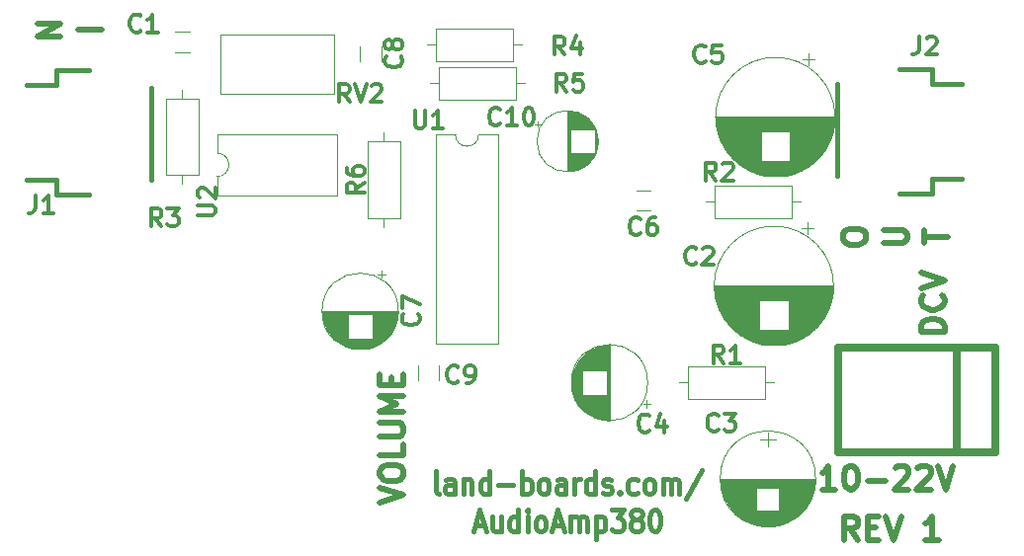
<source format=gto>
G04 #@! TF.GenerationSoftware,KiCad,Pcbnew,(5.1.10)-1*
G04 #@! TF.CreationDate,2021-09-22T18:28:36-04:00*
G04 #@! TF.ProjectId,AudioAmp380,41756469-6f41-46d7-9033-38302e6b6963,1*
G04 #@! TF.SameCoordinates,Original*
G04 #@! TF.FileFunction,Legend,Top*
G04 #@! TF.FilePolarity,Positive*
%FSLAX46Y46*%
G04 Gerber Fmt 4.6, Leading zero omitted, Abs format (unit mm)*
G04 Created by KiCad (PCBNEW (5.1.10)-1) date 2021-09-22 18:28:36*
%MOMM*%
%LPD*%
G01*
G04 APERTURE LIST*
%ADD10C,0.500000*%
%ADD11C,0.412750*%
%ADD12C,0.650000*%
%ADD13C,0.120000*%
%ADD14C,0.381000*%
%ADD15C,0.304800*%
G04 APERTURE END LIST*
D10*
X111033761Y-73767352D02*
X109033761Y-73767352D01*
X109033761Y-73291161D01*
X109129000Y-73005447D01*
X109319476Y-72814971D01*
X109509952Y-72719733D01*
X109890904Y-72624495D01*
X110176619Y-72624495D01*
X110557571Y-72719733D01*
X110748047Y-72814971D01*
X110938523Y-73005447D01*
X111033761Y-73291161D01*
X111033761Y-73767352D01*
X110843285Y-70624495D02*
X110938523Y-70719733D01*
X111033761Y-71005447D01*
X111033761Y-71195923D01*
X110938523Y-71481638D01*
X110748047Y-71672114D01*
X110557571Y-71767352D01*
X110176619Y-71862590D01*
X109890904Y-71862590D01*
X109509952Y-71767352D01*
X109319476Y-71672114D01*
X109129000Y-71481638D01*
X109033761Y-71195923D01*
X109033761Y-71005447D01*
X109129000Y-70719733D01*
X109224238Y-70624495D01*
X109033761Y-70053066D02*
X111033761Y-69386400D01*
X109033761Y-68719733D01*
X103588857Y-91595161D02*
X102922190Y-90642780D01*
X102446000Y-91595161D02*
X102446000Y-89595161D01*
X103207904Y-89595161D01*
X103398380Y-89690400D01*
X103493619Y-89785638D01*
X103588857Y-89976114D01*
X103588857Y-90261828D01*
X103493619Y-90452304D01*
X103398380Y-90547542D01*
X103207904Y-90642780D01*
X102446000Y-90642780D01*
X104446000Y-90547542D02*
X105112666Y-90547542D01*
X105398380Y-91595161D02*
X104446000Y-91595161D01*
X104446000Y-89595161D01*
X105398380Y-89595161D01*
X105969809Y-89595161D02*
X106636476Y-91595161D01*
X107303142Y-89595161D01*
X110541238Y-91595161D02*
X109398380Y-91595161D01*
X109969809Y-91595161D02*
X109969809Y-89595161D01*
X109779333Y-89880876D01*
X109588857Y-90071352D01*
X109398380Y-90166590D01*
X62678761Y-88435447D02*
X64678761Y-87768780D01*
X62678761Y-87102114D01*
X62678761Y-86054495D02*
X62678761Y-85673542D01*
X62774000Y-85483066D01*
X62964476Y-85292590D01*
X63345428Y-85197352D01*
X64012095Y-85197352D01*
X64393047Y-85292590D01*
X64583523Y-85483066D01*
X64678761Y-85673542D01*
X64678761Y-86054495D01*
X64583523Y-86244971D01*
X64393047Y-86435447D01*
X64012095Y-86530685D01*
X63345428Y-86530685D01*
X62964476Y-86435447D01*
X62774000Y-86244971D01*
X62678761Y-86054495D01*
X64678761Y-83387828D02*
X64678761Y-84340209D01*
X62678761Y-84340209D01*
X62678761Y-82721161D02*
X64297809Y-82721161D01*
X64488285Y-82625923D01*
X64583523Y-82530685D01*
X64678761Y-82340209D01*
X64678761Y-81959257D01*
X64583523Y-81768780D01*
X64488285Y-81673542D01*
X64297809Y-81578304D01*
X62678761Y-81578304D01*
X64678761Y-80625923D02*
X62678761Y-80625923D01*
X64107333Y-79959257D01*
X62678761Y-79292590D01*
X64678761Y-79292590D01*
X63631142Y-78340209D02*
X63631142Y-77673542D01*
X64678761Y-77387828D02*
X64678761Y-78340209D01*
X62678761Y-78340209D01*
X62678761Y-77387828D01*
X101684047Y-87277161D02*
X100541190Y-87277161D01*
X101112619Y-87277161D02*
X101112619Y-85277161D01*
X100922142Y-85562876D01*
X100731666Y-85753352D01*
X100541190Y-85848590D01*
X102922142Y-85277161D02*
X103112619Y-85277161D01*
X103303095Y-85372400D01*
X103398333Y-85467638D01*
X103493571Y-85658114D01*
X103588809Y-86039066D01*
X103588809Y-86515257D01*
X103493571Y-86896209D01*
X103398333Y-87086685D01*
X103303095Y-87181923D01*
X103112619Y-87277161D01*
X102922142Y-87277161D01*
X102731666Y-87181923D01*
X102636428Y-87086685D01*
X102541190Y-86896209D01*
X102445952Y-86515257D01*
X102445952Y-86039066D01*
X102541190Y-85658114D01*
X102636428Y-85467638D01*
X102731666Y-85372400D01*
X102922142Y-85277161D01*
X104445952Y-86515257D02*
X105969761Y-86515257D01*
X106826904Y-85467638D02*
X106922142Y-85372400D01*
X107112619Y-85277161D01*
X107588809Y-85277161D01*
X107779285Y-85372400D01*
X107874523Y-85467638D01*
X107969761Y-85658114D01*
X107969761Y-85848590D01*
X107874523Y-86134304D01*
X106731666Y-87277161D01*
X107969761Y-87277161D01*
X108731666Y-85467638D02*
X108826904Y-85372400D01*
X109017380Y-85277161D01*
X109493571Y-85277161D01*
X109684047Y-85372400D01*
X109779285Y-85467638D01*
X109874523Y-85658114D01*
X109874523Y-85848590D01*
X109779285Y-86134304D01*
X108636428Y-87277161D01*
X109874523Y-87277161D01*
X110445952Y-85277161D02*
X111112619Y-87277161D01*
X111779285Y-85277161D01*
D11*
X67714023Y-87631060D02*
X67556785Y-87540346D01*
X67478166Y-87358917D01*
X67478166Y-85726060D01*
X69050547Y-87631060D02*
X69050547Y-86633203D01*
X68971928Y-86451775D01*
X68814690Y-86361060D01*
X68500214Y-86361060D01*
X68342976Y-86451775D01*
X69050547Y-87540346D02*
X68893309Y-87631060D01*
X68500214Y-87631060D01*
X68342976Y-87540346D01*
X68264357Y-87358917D01*
X68264357Y-87177489D01*
X68342976Y-86996060D01*
X68500214Y-86905346D01*
X68893309Y-86905346D01*
X69050547Y-86814632D01*
X69836738Y-86361060D02*
X69836738Y-87631060D01*
X69836738Y-86542489D02*
X69915357Y-86451775D01*
X70072595Y-86361060D01*
X70308452Y-86361060D01*
X70465690Y-86451775D01*
X70544309Y-86633203D01*
X70544309Y-87631060D01*
X72038071Y-87631060D02*
X72038071Y-85726060D01*
X72038071Y-87540346D02*
X71880833Y-87631060D01*
X71566357Y-87631060D01*
X71409119Y-87540346D01*
X71330500Y-87449632D01*
X71251880Y-87268203D01*
X71251880Y-86723917D01*
X71330500Y-86542489D01*
X71409119Y-86451775D01*
X71566357Y-86361060D01*
X71880833Y-86361060D01*
X72038071Y-86451775D01*
X72824261Y-86905346D02*
X74082166Y-86905346D01*
X74868357Y-87631060D02*
X74868357Y-85726060D01*
X74868357Y-86451775D02*
X75025595Y-86361060D01*
X75340071Y-86361060D01*
X75497309Y-86451775D01*
X75575928Y-86542489D01*
X75654547Y-86723917D01*
X75654547Y-87268203D01*
X75575928Y-87449632D01*
X75497309Y-87540346D01*
X75340071Y-87631060D01*
X75025595Y-87631060D01*
X74868357Y-87540346D01*
X76597976Y-87631060D02*
X76440738Y-87540346D01*
X76362119Y-87449632D01*
X76283500Y-87268203D01*
X76283500Y-86723917D01*
X76362119Y-86542489D01*
X76440738Y-86451775D01*
X76597976Y-86361060D01*
X76833833Y-86361060D01*
X76991071Y-86451775D01*
X77069690Y-86542489D01*
X77148309Y-86723917D01*
X77148309Y-87268203D01*
X77069690Y-87449632D01*
X76991071Y-87540346D01*
X76833833Y-87631060D01*
X76597976Y-87631060D01*
X78563452Y-87631060D02*
X78563452Y-86633203D01*
X78484833Y-86451775D01*
X78327595Y-86361060D01*
X78013119Y-86361060D01*
X77855880Y-86451775D01*
X78563452Y-87540346D02*
X78406214Y-87631060D01*
X78013119Y-87631060D01*
X77855880Y-87540346D01*
X77777261Y-87358917D01*
X77777261Y-87177489D01*
X77855880Y-86996060D01*
X78013119Y-86905346D01*
X78406214Y-86905346D01*
X78563452Y-86814632D01*
X79349642Y-87631060D02*
X79349642Y-86361060D01*
X79349642Y-86723917D02*
X79428261Y-86542489D01*
X79506880Y-86451775D01*
X79664119Y-86361060D01*
X79821357Y-86361060D01*
X81079261Y-87631060D02*
X81079261Y-85726060D01*
X81079261Y-87540346D02*
X80922023Y-87631060D01*
X80607547Y-87631060D01*
X80450309Y-87540346D01*
X80371690Y-87449632D01*
X80293071Y-87268203D01*
X80293071Y-86723917D01*
X80371690Y-86542489D01*
X80450309Y-86451775D01*
X80607547Y-86361060D01*
X80922023Y-86361060D01*
X81079261Y-86451775D01*
X81786833Y-87540346D02*
X81944071Y-87631060D01*
X82258547Y-87631060D01*
X82415785Y-87540346D01*
X82494404Y-87358917D01*
X82494404Y-87268203D01*
X82415785Y-87086775D01*
X82258547Y-86996060D01*
X82022690Y-86996060D01*
X81865452Y-86905346D01*
X81786833Y-86723917D01*
X81786833Y-86633203D01*
X81865452Y-86451775D01*
X82022690Y-86361060D01*
X82258547Y-86361060D01*
X82415785Y-86451775D01*
X83201976Y-87449632D02*
X83280595Y-87540346D01*
X83201976Y-87631060D01*
X83123357Y-87540346D01*
X83201976Y-87449632D01*
X83201976Y-87631060D01*
X84695738Y-87540346D02*
X84538500Y-87631060D01*
X84224023Y-87631060D01*
X84066785Y-87540346D01*
X83988166Y-87449632D01*
X83909547Y-87268203D01*
X83909547Y-86723917D01*
X83988166Y-86542489D01*
X84066785Y-86451775D01*
X84224023Y-86361060D01*
X84538500Y-86361060D01*
X84695738Y-86451775D01*
X85639166Y-87631060D02*
X85481928Y-87540346D01*
X85403309Y-87449632D01*
X85324690Y-87268203D01*
X85324690Y-86723917D01*
X85403309Y-86542489D01*
X85481928Y-86451775D01*
X85639166Y-86361060D01*
X85875023Y-86361060D01*
X86032261Y-86451775D01*
X86110880Y-86542489D01*
X86189500Y-86723917D01*
X86189500Y-87268203D01*
X86110880Y-87449632D01*
X86032261Y-87540346D01*
X85875023Y-87631060D01*
X85639166Y-87631060D01*
X86897071Y-87631060D02*
X86897071Y-86361060D01*
X86897071Y-86542489D02*
X86975690Y-86451775D01*
X87132928Y-86361060D01*
X87368785Y-86361060D01*
X87526023Y-86451775D01*
X87604642Y-86633203D01*
X87604642Y-87631060D01*
X87604642Y-86633203D02*
X87683261Y-86451775D01*
X87840500Y-86361060D01*
X88076357Y-86361060D01*
X88233595Y-86451775D01*
X88312214Y-86633203D01*
X88312214Y-87631060D01*
X90277690Y-85635346D02*
X88862547Y-88084632D01*
X70819476Y-90357025D02*
X71605666Y-90357025D01*
X70662238Y-90901310D02*
X71212571Y-88996310D01*
X71762904Y-90901310D01*
X73020809Y-89631310D02*
X73020809Y-90901310D01*
X72313238Y-89631310D02*
X72313238Y-90629167D01*
X72391857Y-90810596D01*
X72549095Y-90901310D01*
X72784952Y-90901310D01*
X72942190Y-90810596D01*
X73020809Y-90719882D01*
X74514571Y-90901310D02*
X74514571Y-88996310D01*
X74514571Y-90810596D02*
X74357333Y-90901310D01*
X74042857Y-90901310D01*
X73885619Y-90810596D01*
X73807000Y-90719882D01*
X73728380Y-90538453D01*
X73728380Y-89994167D01*
X73807000Y-89812739D01*
X73885619Y-89722025D01*
X74042857Y-89631310D01*
X74357333Y-89631310D01*
X74514571Y-89722025D01*
X75300761Y-90901310D02*
X75300761Y-89631310D01*
X75300761Y-88996310D02*
X75222142Y-89087025D01*
X75300761Y-89177739D01*
X75379380Y-89087025D01*
X75300761Y-88996310D01*
X75300761Y-89177739D01*
X76322809Y-90901310D02*
X76165571Y-90810596D01*
X76086952Y-90719882D01*
X76008333Y-90538453D01*
X76008333Y-89994167D01*
X76086952Y-89812739D01*
X76165571Y-89722025D01*
X76322809Y-89631310D01*
X76558666Y-89631310D01*
X76715904Y-89722025D01*
X76794523Y-89812739D01*
X76873142Y-89994167D01*
X76873142Y-90538453D01*
X76794523Y-90719882D01*
X76715904Y-90810596D01*
X76558666Y-90901310D01*
X76322809Y-90901310D01*
X77502095Y-90357025D02*
X78288285Y-90357025D01*
X77344857Y-90901310D02*
X77895190Y-88996310D01*
X78445523Y-90901310D01*
X78995857Y-90901310D02*
X78995857Y-89631310D01*
X78995857Y-89812739D02*
X79074476Y-89722025D01*
X79231714Y-89631310D01*
X79467571Y-89631310D01*
X79624809Y-89722025D01*
X79703428Y-89903453D01*
X79703428Y-90901310D01*
X79703428Y-89903453D02*
X79782047Y-89722025D01*
X79939285Y-89631310D01*
X80175142Y-89631310D01*
X80332380Y-89722025D01*
X80411000Y-89903453D01*
X80411000Y-90901310D01*
X81197190Y-89631310D02*
X81197190Y-91536310D01*
X81197190Y-89722025D02*
X81354428Y-89631310D01*
X81668904Y-89631310D01*
X81826142Y-89722025D01*
X81904761Y-89812739D01*
X81983380Y-89994167D01*
X81983380Y-90538453D01*
X81904761Y-90719882D01*
X81826142Y-90810596D01*
X81668904Y-90901310D01*
X81354428Y-90901310D01*
X81197190Y-90810596D01*
X82533714Y-88996310D02*
X83555761Y-88996310D01*
X83005428Y-89722025D01*
X83241285Y-89722025D01*
X83398523Y-89812739D01*
X83477142Y-89903453D01*
X83555761Y-90084882D01*
X83555761Y-90538453D01*
X83477142Y-90719882D01*
X83398523Y-90810596D01*
X83241285Y-90901310D01*
X82769571Y-90901310D01*
X82612333Y-90810596D01*
X82533714Y-90719882D01*
X84499190Y-89812739D02*
X84341952Y-89722025D01*
X84263333Y-89631310D01*
X84184714Y-89449882D01*
X84184714Y-89359167D01*
X84263333Y-89177739D01*
X84341952Y-89087025D01*
X84499190Y-88996310D01*
X84813666Y-88996310D01*
X84970904Y-89087025D01*
X85049523Y-89177739D01*
X85128142Y-89359167D01*
X85128142Y-89449882D01*
X85049523Y-89631310D01*
X84970904Y-89722025D01*
X84813666Y-89812739D01*
X84499190Y-89812739D01*
X84341952Y-89903453D01*
X84263333Y-89994167D01*
X84184714Y-90175596D01*
X84184714Y-90538453D01*
X84263333Y-90719882D01*
X84341952Y-90810596D01*
X84499190Y-90901310D01*
X84813666Y-90901310D01*
X84970904Y-90810596D01*
X85049523Y-90719882D01*
X85128142Y-90538453D01*
X85128142Y-90175596D01*
X85049523Y-89994167D01*
X84970904Y-89903453D01*
X84813666Y-89812739D01*
X86150190Y-88996310D02*
X86307428Y-88996310D01*
X86464666Y-89087025D01*
X86543285Y-89177739D01*
X86621904Y-89359167D01*
X86700523Y-89722025D01*
X86700523Y-90175596D01*
X86621904Y-90538453D01*
X86543285Y-90719882D01*
X86464666Y-90810596D01*
X86307428Y-90901310D01*
X86150190Y-90901310D01*
X85992952Y-90810596D01*
X85914333Y-90719882D01*
X85835714Y-90538453D01*
X85757095Y-90175596D01*
X85757095Y-89722025D01*
X85835714Y-89359167D01*
X85914333Y-89177739D01*
X85992952Y-89087025D01*
X86150190Y-88996310D01*
D10*
X102309761Y-65803876D02*
X102309761Y-65422923D01*
X102405000Y-65232447D01*
X102595476Y-65041971D01*
X102976428Y-64946733D01*
X103643095Y-64946733D01*
X104024047Y-65041971D01*
X104214523Y-65232447D01*
X104309761Y-65422923D01*
X104309761Y-65803876D01*
X104214523Y-65994352D01*
X104024047Y-66184828D01*
X103643095Y-66280066D01*
X102976428Y-66280066D01*
X102595476Y-66184828D01*
X102405000Y-65994352D01*
X102309761Y-65803876D01*
X105809761Y-66184828D02*
X107428809Y-66184828D01*
X107619285Y-66089590D01*
X107714523Y-65994352D01*
X107809761Y-65803876D01*
X107809761Y-65422923D01*
X107714523Y-65232447D01*
X107619285Y-65137209D01*
X107428809Y-65041971D01*
X105809761Y-65041971D01*
X109309761Y-66184828D02*
X109309761Y-65041971D01*
X111309761Y-65613400D02*
X109309761Y-65613400D01*
X36806238Y-47891400D02*
X38806238Y-47891400D01*
X33306238Y-47319971D02*
X35306238Y-47319971D01*
X33306238Y-48462828D01*
X35306238Y-48462828D01*
D12*
X115405000Y-75113400D02*
X101905000Y-75113400D01*
X101905000Y-84113400D02*
X101905000Y-75113400D01*
X115405000Y-84113400D02*
X101905000Y-84113400D01*
X115405000Y-84113400D02*
X115405000Y-75113400D01*
X112105000Y-75113400D02*
X112105000Y-84113400D01*
D13*
X48728000Y-60448400D02*
X48728000Y-62098400D01*
X48728000Y-62098400D02*
X59008000Y-62098400D01*
X59008000Y-62098400D02*
X59008000Y-56798400D01*
X59008000Y-56798400D02*
X48728000Y-56798400D01*
X48728000Y-56798400D02*
X48728000Y-58448400D01*
X48728000Y-58448400D02*
G75*
G02*
X48728000Y-60448400I0J-1000000D01*
G01*
X63012000Y-56678400D02*
X63012000Y-57448400D01*
X63012000Y-64758400D02*
X63012000Y-63988400D01*
X61642000Y-57448400D02*
X61642000Y-63988400D01*
X64382000Y-57448400D02*
X61642000Y-57448400D01*
X64382000Y-63988400D02*
X64382000Y-57448400D01*
X61642000Y-63988400D02*
X64382000Y-63988400D01*
X66973000Y-52463400D02*
X67743000Y-52463400D01*
X75053000Y-52463400D02*
X74283000Y-52463400D01*
X67743000Y-53833400D02*
X74283000Y-53833400D01*
X67743000Y-51093400D02*
X67743000Y-53833400D01*
X74283000Y-51093400D02*
X67743000Y-51093400D01*
X74283000Y-53833400D02*
X74283000Y-51093400D01*
X47110000Y-53765400D02*
X44370000Y-53765400D01*
X44370000Y-53765400D02*
X44370000Y-60305400D01*
X44370000Y-60305400D02*
X47110000Y-60305400D01*
X47110000Y-60305400D02*
X47110000Y-53765400D01*
X45740000Y-52995400D02*
X45740000Y-53765400D01*
X45740000Y-61075400D02*
X45740000Y-60305400D01*
X99995000Y-86363400D02*
G75*
G03*
X99995000Y-86363400I-4090000J0D01*
G01*
X99955000Y-86363400D02*
X91855000Y-86363400D01*
X99955000Y-86403400D02*
X91855000Y-86403400D01*
X99955000Y-86443400D02*
X91855000Y-86443400D01*
X99954000Y-86483400D02*
X91856000Y-86483400D01*
X99952000Y-86523400D02*
X91858000Y-86523400D01*
X99951000Y-86563400D02*
X91859000Y-86563400D01*
X99948000Y-86603400D02*
X91862000Y-86603400D01*
X99946000Y-86643400D02*
X91864000Y-86643400D01*
X99943000Y-86683400D02*
X91867000Y-86683400D01*
X99940000Y-86723400D02*
X91870000Y-86723400D01*
X99936000Y-86763400D02*
X91874000Y-86763400D01*
X99932000Y-86803400D02*
X91878000Y-86803400D01*
X99927000Y-86843400D02*
X91883000Y-86843400D01*
X99922000Y-86883400D02*
X91888000Y-86883400D01*
X99917000Y-86923400D02*
X91893000Y-86923400D01*
X99911000Y-86963400D02*
X91899000Y-86963400D01*
X99905000Y-87003400D02*
X91905000Y-87003400D01*
X99899000Y-87043400D02*
X91911000Y-87043400D01*
X99892000Y-87084400D02*
X91918000Y-87084400D01*
X99884000Y-87124400D02*
X91926000Y-87124400D01*
X99876000Y-87164400D02*
X96885000Y-87164400D01*
X94925000Y-87164400D02*
X91934000Y-87164400D01*
X99868000Y-87204400D02*
X96885000Y-87204400D01*
X94925000Y-87204400D02*
X91942000Y-87204400D01*
X99860000Y-87244400D02*
X96885000Y-87244400D01*
X94925000Y-87244400D02*
X91950000Y-87244400D01*
X99851000Y-87284400D02*
X96885000Y-87284400D01*
X94925000Y-87284400D02*
X91959000Y-87284400D01*
X99841000Y-87324400D02*
X96885000Y-87324400D01*
X94925000Y-87324400D02*
X91969000Y-87324400D01*
X99831000Y-87364400D02*
X96885000Y-87364400D01*
X94925000Y-87364400D02*
X91979000Y-87364400D01*
X99821000Y-87404400D02*
X96885000Y-87404400D01*
X94925000Y-87404400D02*
X91989000Y-87404400D01*
X99810000Y-87444400D02*
X96885000Y-87444400D01*
X94925000Y-87444400D02*
X92000000Y-87444400D01*
X99799000Y-87484400D02*
X96885000Y-87484400D01*
X94925000Y-87484400D02*
X92011000Y-87484400D01*
X99788000Y-87524400D02*
X96885000Y-87524400D01*
X94925000Y-87524400D02*
X92022000Y-87524400D01*
X99775000Y-87564400D02*
X96885000Y-87564400D01*
X94925000Y-87564400D02*
X92035000Y-87564400D01*
X99763000Y-87604400D02*
X96885000Y-87604400D01*
X94925000Y-87604400D02*
X92047000Y-87604400D01*
X99750000Y-87644400D02*
X96885000Y-87644400D01*
X94925000Y-87644400D02*
X92060000Y-87644400D01*
X99737000Y-87684400D02*
X96885000Y-87684400D01*
X94925000Y-87684400D02*
X92073000Y-87684400D01*
X99723000Y-87724400D02*
X96885000Y-87724400D01*
X94925000Y-87724400D02*
X92087000Y-87724400D01*
X99708000Y-87764400D02*
X96885000Y-87764400D01*
X94925000Y-87764400D02*
X92102000Y-87764400D01*
X99694000Y-87804400D02*
X96885000Y-87804400D01*
X94925000Y-87804400D02*
X92116000Y-87804400D01*
X99678000Y-87844400D02*
X96885000Y-87844400D01*
X94925000Y-87844400D02*
X92132000Y-87844400D01*
X99663000Y-87884400D02*
X96885000Y-87884400D01*
X94925000Y-87884400D02*
X92147000Y-87884400D01*
X99646000Y-87924400D02*
X96885000Y-87924400D01*
X94925000Y-87924400D02*
X92164000Y-87924400D01*
X99630000Y-87964400D02*
X96885000Y-87964400D01*
X94925000Y-87964400D02*
X92180000Y-87964400D01*
X99612000Y-88004400D02*
X96885000Y-88004400D01*
X94925000Y-88004400D02*
X92198000Y-88004400D01*
X99595000Y-88044400D02*
X96885000Y-88044400D01*
X94925000Y-88044400D02*
X92215000Y-88044400D01*
X99576000Y-88084400D02*
X96885000Y-88084400D01*
X94925000Y-88084400D02*
X92234000Y-88084400D01*
X99557000Y-88124400D02*
X96885000Y-88124400D01*
X94925000Y-88124400D02*
X92253000Y-88124400D01*
X99538000Y-88164400D02*
X96885000Y-88164400D01*
X94925000Y-88164400D02*
X92272000Y-88164400D01*
X99518000Y-88204400D02*
X96885000Y-88204400D01*
X94925000Y-88204400D02*
X92292000Y-88204400D01*
X99498000Y-88244400D02*
X96885000Y-88244400D01*
X94925000Y-88244400D02*
X92312000Y-88244400D01*
X99477000Y-88284400D02*
X96885000Y-88284400D01*
X94925000Y-88284400D02*
X92333000Y-88284400D01*
X99455000Y-88324400D02*
X96885000Y-88324400D01*
X94925000Y-88324400D02*
X92355000Y-88324400D01*
X99433000Y-88364400D02*
X96885000Y-88364400D01*
X94925000Y-88364400D02*
X92377000Y-88364400D01*
X99410000Y-88404400D02*
X96885000Y-88404400D01*
X94925000Y-88404400D02*
X92400000Y-88404400D01*
X99387000Y-88444400D02*
X96885000Y-88444400D01*
X94925000Y-88444400D02*
X92423000Y-88444400D01*
X99363000Y-88484400D02*
X96885000Y-88484400D01*
X94925000Y-88484400D02*
X92447000Y-88484400D01*
X99339000Y-88524400D02*
X96885000Y-88524400D01*
X94925000Y-88524400D02*
X92471000Y-88524400D01*
X99313000Y-88564400D02*
X96885000Y-88564400D01*
X94925000Y-88564400D02*
X92497000Y-88564400D01*
X99288000Y-88604400D02*
X96885000Y-88604400D01*
X94925000Y-88604400D02*
X92522000Y-88604400D01*
X99261000Y-88644400D02*
X96885000Y-88644400D01*
X94925000Y-88644400D02*
X92549000Y-88644400D01*
X99234000Y-88684400D02*
X96885000Y-88684400D01*
X94925000Y-88684400D02*
X92576000Y-88684400D01*
X99206000Y-88724400D02*
X96885000Y-88724400D01*
X94925000Y-88724400D02*
X92604000Y-88724400D01*
X99177000Y-88764400D02*
X96885000Y-88764400D01*
X94925000Y-88764400D02*
X92633000Y-88764400D01*
X99148000Y-88804400D02*
X96885000Y-88804400D01*
X94925000Y-88804400D02*
X92662000Y-88804400D01*
X99118000Y-88844400D02*
X96885000Y-88844400D01*
X94925000Y-88844400D02*
X92692000Y-88844400D01*
X99087000Y-88884400D02*
X96885000Y-88884400D01*
X94925000Y-88884400D02*
X92723000Y-88884400D01*
X99055000Y-88924400D02*
X96885000Y-88924400D01*
X94925000Y-88924400D02*
X92755000Y-88924400D01*
X99023000Y-88964400D02*
X96885000Y-88964400D01*
X94925000Y-88964400D02*
X92787000Y-88964400D01*
X98989000Y-89004400D02*
X96885000Y-89004400D01*
X94925000Y-89004400D02*
X92821000Y-89004400D01*
X98955000Y-89044400D02*
X96885000Y-89044400D01*
X94925000Y-89044400D02*
X92855000Y-89044400D01*
X98920000Y-89084400D02*
X96885000Y-89084400D01*
X94925000Y-89084400D02*
X92890000Y-89084400D01*
X98884000Y-89124400D02*
X92926000Y-89124400D01*
X98847000Y-89164400D02*
X92963000Y-89164400D01*
X98809000Y-89204400D02*
X93001000Y-89204400D01*
X98770000Y-89244400D02*
X93040000Y-89244400D01*
X98729000Y-89284400D02*
X93081000Y-89284400D01*
X98688000Y-89324400D02*
X93122000Y-89324400D01*
X98645000Y-89364400D02*
X93165000Y-89364400D01*
X98602000Y-89404400D02*
X93208000Y-89404400D01*
X98557000Y-89444400D02*
X93253000Y-89444400D01*
X98510000Y-89484400D02*
X93300000Y-89484400D01*
X98462000Y-89524400D02*
X93348000Y-89524400D01*
X98413000Y-89564400D02*
X93397000Y-89564400D01*
X98362000Y-89604400D02*
X93448000Y-89604400D01*
X98309000Y-89644400D02*
X93501000Y-89644400D01*
X98254000Y-89684400D02*
X93556000Y-89684400D01*
X98198000Y-89724400D02*
X93612000Y-89724400D01*
X98139000Y-89764400D02*
X93671000Y-89764400D01*
X98078000Y-89804400D02*
X93732000Y-89804400D01*
X98014000Y-89844400D02*
X93796000Y-89844400D01*
X97948000Y-89884400D02*
X93862000Y-89884400D01*
X97879000Y-89924400D02*
X93931000Y-89924400D01*
X97807000Y-89964400D02*
X94003000Y-89964400D01*
X97731000Y-90004400D02*
X94079000Y-90004400D01*
X97650000Y-90044400D02*
X94160000Y-90044400D01*
X97565000Y-90084400D02*
X94245000Y-90084400D01*
X97475000Y-90124400D02*
X94335000Y-90124400D01*
X97378000Y-90164400D02*
X94432000Y-90164400D01*
X97274000Y-90204400D02*
X94536000Y-90204400D01*
X97159000Y-90244400D02*
X94651000Y-90244400D01*
X97032000Y-90284400D02*
X94778000Y-90284400D01*
X96888000Y-90324400D02*
X94922000Y-90324400D01*
X96719000Y-90364400D02*
X95091000Y-90364400D01*
X96503000Y-90404400D02*
X95307000Y-90404400D01*
X96151000Y-90444400D02*
X95659000Y-90444400D01*
X95905000Y-82413400D02*
X95905000Y-83613400D01*
X96555000Y-83013400D02*
X95255000Y-83013400D01*
D14*
X43073000Y-60464400D02*
X43073000Y-60718400D01*
X43073000Y-54114400D02*
X43073000Y-52844400D01*
X37739000Y-51320400D02*
X34945000Y-51320400D01*
X34945000Y-51320400D02*
X34945000Y-52590400D01*
X34945000Y-52590400D02*
X32405000Y-52590400D01*
X37739000Y-61988400D02*
X34945000Y-61988400D01*
X34945000Y-61988400D02*
X34945000Y-60718400D01*
X34945000Y-60718400D02*
X32405000Y-60718400D01*
X43073000Y-60464400D02*
X43073000Y-54114400D01*
X101865000Y-52803400D02*
X101865000Y-52549400D01*
X101865000Y-59153400D02*
X101865000Y-60423400D01*
X107199000Y-61947400D02*
X109993000Y-61947400D01*
X109993000Y-61947400D02*
X109993000Y-60677400D01*
X109993000Y-60677400D02*
X112533000Y-60677400D01*
X107199000Y-51279400D02*
X109993000Y-51279400D01*
X109993000Y-51279400D02*
X109993000Y-52549400D01*
X109993000Y-52549400D02*
X112533000Y-52549400D01*
X101865000Y-52803400D02*
X101865000Y-59153400D01*
D13*
X84630000Y-61635400D02*
X85804000Y-61635400D01*
X84630000Y-63357400D02*
X85804000Y-63357400D01*
X69124000Y-56848400D02*
X67474000Y-56848400D01*
X67474000Y-56848400D02*
X67474000Y-74748400D01*
X67474000Y-74748400D02*
X72774000Y-74748400D01*
X72774000Y-74748400D02*
X72774000Y-56848400D01*
X72774000Y-56848400D02*
X71124000Y-56848400D01*
X71124000Y-56848400D02*
G75*
G02*
X69124000Y-56848400I-1000000J0D01*
G01*
X46389000Y-49827400D02*
X45131000Y-49827400D01*
X46389000Y-47987400D02*
X45131000Y-47987400D01*
X60949000Y-49274400D02*
X60949000Y-50532400D01*
X62789000Y-49274400D02*
X62789000Y-50532400D01*
X48983000Y-48282400D02*
X58753000Y-48282400D01*
X48983000Y-53352400D02*
X58753000Y-53352400D01*
X48983000Y-48282400D02*
X48983000Y-53352400D01*
X58753000Y-48282400D02*
X58753000Y-53352400D01*
X74029000Y-50531400D02*
X74029000Y-47791400D01*
X74029000Y-47791400D02*
X67489000Y-47791400D01*
X67489000Y-47791400D02*
X67489000Y-50531400D01*
X67489000Y-50531400D02*
X74029000Y-50531400D01*
X74799000Y-49161400D02*
X74029000Y-49161400D01*
X66719000Y-49161400D02*
X67489000Y-49161400D01*
X96389000Y-78113400D02*
X95619000Y-78113400D01*
X88309000Y-78113400D02*
X89079000Y-78113400D01*
X95619000Y-76743400D02*
X89079000Y-76743400D01*
X95619000Y-79483400D02*
X95619000Y-76743400D01*
X89079000Y-79483400D02*
X95619000Y-79483400D01*
X89079000Y-76743400D02*
X89079000Y-79483400D01*
X91365000Y-61253400D02*
X91365000Y-63993400D01*
X91365000Y-63993400D02*
X97905000Y-63993400D01*
X97905000Y-63993400D02*
X97905000Y-61253400D01*
X97905000Y-61253400D02*
X91365000Y-61253400D01*
X90595000Y-62623400D02*
X91365000Y-62623400D01*
X98675000Y-62623400D02*
X97905000Y-62623400D01*
X85606000Y-78117400D02*
G75*
G03*
X85606000Y-78117400I-3270000J0D01*
G01*
X82336000Y-81347400D02*
X82336000Y-74887400D01*
X82296000Y-81347400D02*
X82296000Y-74887400D01*
X82256000Y-81347400D02*
X82256000Y-74887400D01*
X82216000Y-81345400D02*
X82216000Y-74889400D01*
X82176000Y-81344400D02*
X82176000Y-74890400D01*
X82136000Y-81341400D02*
X82136000Y-74893400D01*
X82096000Y-81339400D02*
X82096000Y-79157400D01*
X82096000Y-77077400D02*
X82096000Y-74895400D01*
X82056000Y-81335400D02*
X82056000Y-79157400D01*
X82056000Y-77077400D02*
X82056000Y-74899400D01*
X82016000Y-81332400D02*
X82016000Y-79157400D01*
X82016000Y-77077400D02*
X82016000Y-74902400D01*
X81976000Y-81328400D02*
X81976000Y-79157400D01*
X81976000Y-77077400D02*
X81976000Y-74906400D01*
X81936000Y-81323400D02*
X81936000Y-79157400D01*
X81936000Y-77077400D02*
X81936000Y-74911400D01*
X81896000Y-81318400D02*
X81896000Y-79157400D01*
X81896000Y-77077400D02*
X81896000Y-74916400D01*
X81856000Y-81312400D02*
X81856000Y-79157400D01*
X81856000Y-77077400D02*
X81856000Y-74922400D01*
X81816000Y-81306400D02*
X81816000Y-79157400D01*
X81816000Y-77077400D02*
X81816000Y-74928400D01*
X81776000Y-81299400D02*
X81776000Y-79157400D01*
X81776000Y-77077400D02*
X81776000Y-74935400D01*
X81736000Y-81292400D02*
X81736000Y-79157400D01*
X81736000Y-77077400D02*
X81736000Y-74942400D01*
X81696000Y-81284400D02*
X81696000Y-79157400D01*
X81696000Y-77077400D02*
X81696000Y-74950400D01*
X81656000Y-81276400D02*
X81656000Y-79157400D01*
X81656000Y-77077400D02*
X81656000Y-74958400D01*
X81615000Y-81267400D02*
X81615000Y-79157400D01*
X81615000Y-77077400D02*
X81615000Y-74967400D01*
X81575000Y-81258400D02*
X81575000Y-79157400D01*
X81575000Y-77077400D02*
X81575000Y-74976400D01*
X81535000Y-81248400D02*
X81535000Y-79157400D01*
X81535000Y-77077400D02*
X81535000Y-74986400D01*
X81495000Y-81238400D02*
X81495000Y-79157400D01*
X81495000Y-77077400D02*
X81495000Y-74996400D01*
X81455000Y-81227400D02*
X81455000Y-79157400D01*
X81455000Y-77077400D02*
X81455000Y-75007400D01*
X81415000Y-81215400D02*
X81415000Y-79157400D01*
X81415000Y-77077400D02*
X81415000Y-75019400D01*
X81375000Y-81203400D02*
X81375000Y-79157400D01*
X81375000Y-77077400D02*
X81375000Y-75031400D01*
X81335000Y-81191400D02*
X81335000Y-79157400D01*
X81335000Y-77077400D02*
X81335000Y-75043400D01*
X81295000Y-81178400D02*
X81295000Y-79157400D01*
X81295000Y-77077400D02*
X81295000Y-75056400D01*
X81255000Y-81164400D02*
X81255000Y-79157400D01*
X81255000Y-77077400D02*
X81255000Y-75070400D01*
X81215000Y-81150400D02*
X81215000Y-79157400D01*
X81215000Y-77077400D02*
X81215000Y-75084400D01*
X81175000Y-81135400D02*
X81175000Y-79157400D01*
X81175000Y-77077400D02*
X81175000Y-75099400D01*
X81135000Y-81119400D02*
X81135000Y-79157400D01*
X81135000Y-77077400D02*
X81135000Y-75115400D01*
X81095000Y-81103400D02*
X81095000Y-79157400D01*
X81095000Y-77077400D02*
X81095000Y-75131400D01*
X81055000Y-81087400D02*
X81055000Y-79157400D01*
X81055000Y-77077400D02*
X81055000Y-75147400D01*
X81015000Y-81069400D02*
X81015000Y-79157400D01*
X81015000Y-77077400D02*
X81015000Y-75165400D01*
X80975000Y-81051400D02*
X80975000Y-79157400D01*
X80975000Y-77077400D02*
X80975000Y-75183400D01*
X80935000Y-81033400D02*
X80935000Y-79157400D01*
X80935000Y-77077400D02*
X80935000Y-75201400D01*
X80895000Y-81013400D02*
X80895000Y-79157400D01*
X80895000Y-77077400D02*
X80895000Y-75221400D01*
X80855000Y-80993400D02*
X80855000Y-79157400D01*
X80855000Y-77077400D02*
X80855000Y-75241400D01*
X80815000Y-80973400D02*
X80815000Y-79157400D01*
X80815000Y-77077400D02*
X80815000Y-75261400D01*
X80775000Y-80951400D02*
X80775000Y-79157400D01*
X80775000Y-77077400D02*
X80775000Y-75283400D01*
X80735000Y-80929400D02*
X80735000Y-79157400D01*
X80735000Y-77077400D02*
X80735000Y-75305400D01*
X80695000Y-80907400D02*
X80695000Y-79157400D01*
X80695000Y-77077400D02*
X80695000Y-75327400D01*
X80655000Y-80883400D02*
X80655000Y-79157400D01*
X80655000Y-77077400D02*
X80655000Y-75351400D01*
X80615000Y-80859400D02*
X80615000Y-79157400D01*
X80615000Y-77077400D02*
X80615000Y-75375400D01*
X80575000Y-80833400D02*
X80575000Y-79157400D01*
X80575000Y-77077400D02*
X80575000Y-75401400D01*
X80535000Y-80807400D02*
X80535000Y-79157400D01*
X80535000Y-77077400D02*
X80535000Y-75427400D01*
X80495000Y-80781400D02*
X80495000Y-79157400D01*
X80495000Y-77077400D02*
X80495000Y-75453400D01*
X80455000Y-80753400D02*
X80455000Y-79157400D01*
X80455000Y-77077400D02*
X80455000Y-75481400D01*
X80415000Y-80724400D02*
X80415000Y-79157400D01*
X80415000Y-77077400D02*
X80415000Y-75510400D01*
X80375000Y-80695400D02*
X80375000Y-79157400D01*
X80375000Y-77077400D02*
X80375000Y-75539400D01*
X80335000Y-80665400D02*
X80335000Y-79157400D01*
X80335000Y-77077400D02*
X80335000Y-75569400D01*
X80295000Y-80633400D02*
X80295000Y-79157400D01*
X80295000Y-77077400D02*
X80295000Y-75601400D01*
X80255000Y-80601400D02*
X80255000Y-79157400D01*
X80255000Y-77077400D02*
X80255000Y-75633400D01*
X80215000Y-80567400D02*
X80215000Y-79157400D01*
X80215000Y-77077400D02*
X80215000Y-75667400D01*
X80175000Y-80533400D02*
X80175000Y-79157400D01*
X80175000Y-77077400D02*
X80175000Y-75701400D01*
X80135000Y-80497400D02*
X80135000Y-79157400D01*
X80135000Y-77077400D02*
X80135000Y-75737400D01*
X80095000Y-80460400D02*
X80095000Y-79157400D01*
X80095000Y-77077400D02*
X80095000Y-75774400D01*
X80055000Y-80422400D02*
X80055000Y-79157400D01*
X80055000Y-77077400D02*
X80055000Y-75812400D01*
X80015000Y-80382400D02*
X80015000Y-75852400D01*
X79975000Y-80341400D02*
X79975000Y-75893400D01*
X79935000Y-80299400D02*
X79935000Y-75935400D01*
X79895000Y-80254400D02*
X79895000Y-75980400D01*
X79855000Y-80209400D02*
X79855000Y-76025400D01*
X79815000Y-80161400D02*
X79815000Y-76073400D01*
X79775000Y-80112400D02*
X79775000Y-76122400D01*
X79735000Y-80061400D02*
X79735000Y-76173400D01*
X79695000Y-80007400D02*
X79695000Y-76227400D01*
X79655000Y-79951400D02*
X79655000Y-76283400D01*
X79615000Y-79893400D02*
X79615000Y-76341400D01*
X79575000Y-79831400D02*
X79575000Y-76403400D01*
X79535000Y-79767400D02*
X79535000Y-76467400D01*
X79495000Y-79698400D02*
X79495000Y-76536400D01*
X79455000Y-79626400D02*
X79455000Y-76608400D01*
X79415000Y-79549400D02*
X79415000Y-76685400D01*
X79375000Y-79467400D02*
X79375000Y-76767400D01*
X79335000Y-79379400D02*
X79335000Y-76855400D01*
X79295000Y-79282400D02*
X79295000Y-76952400D01*
X79255000Y-79176400D02*
X79255000Y-77058400D01*
X79215000Y-79057400D02*
X79215000Y-77177400D01*
X79175000Y-78919400D02*
X79175000Y-77315400D01*
X79135000Y-78750400D02*
X79135000Y-77484400D01*
X79095000Y-78519400D02*
X79095000Y-77715400D01*
X85836241Y-79956400D02*
X85206241Y-79956400D01*
X85521241Y-80271400D02*
X85521241Y-79641400D01*
X63134000Y-68816159D02*
X62504000Y-68816159D01*
X62819000Y-68501159D02*
X62819000Y-69131159D01*
X61382000Y-75242400D02*
X60578000Y-75242400D01*
X61613000Y-75202400D02*
X60347000Y-75202400D01*
X61782000Y-75162400D02*
X60178000Y-75162400D01*
X61920000Y-75122400D02*
X60040000Y-75122400D01*
X62039000Y-75082400D02*
X59921000Y-75082400D01*
X62145000Y-75042400D02*
X59815000Y-75042400D01*
X62242000Y-75002400D02*
X59718000Y-75002400D01*
X62330000Y-74962400D02*
X59630000Y-74962400D01*
X62412000Y-74922400D02*
X59548000Y-74922400D01*
X62489000Y-74882400D02*
X59471000Y-74882400D01*
X62561000Y-74842400D02*
X59399000Y-74842400D01*
X62630000Y-74802400D02*
X59330000Y-74802400D01*
X62694000Y-74762400D02*
X59266000Y-74762400D01*
X62756000Y-74722400D02*
X59204000Y-74722400D01*
X62814000Y-74682400D02*
X59146000Y-74682400D01*
X62870000Y-74642400D02*
X59090000Y-74642400D01*
X62924000Y-74602400D02*
X59036000Y-74602400D01*
X62975000Y-74562400D02*
X58985000Y-74562400D01*
X63024000Y-74522400D02*
X58936000Y-74522400D01*
X63072000Y-74482400D02*
X58888000Y-74482400D01*
X63117000Y-74442400D02*
X58843000Y-74442400D01*
X63162000Y-74402400D02*
X58798000Y-74402400D01*
X63204000Y-74362400D02*
X58756000Y-74362400D01*
X63245000Y-74322400D02*
X58715000Y-74322400D01*
X59940000Y-74282400D02*
X58675000Y-74282400D01*
X63285000Y-74282400D02*
X62020000Y-74282400D01*
X59940000Y-74242400D02*
X58637000Y-74242400D01*
X63323000Y-74242400D02*
X62020000Y-74242400D01*
X59940000Y-74202400D02*
X58600000Y-74202400D01*
X63360000Y-74202400D02*
X62020000Y-74202400D01*
X59940000Y-74162400D02*
X58564000Y-74162400D01*
X63396000Y-74162400D02*
X62020000Y-74162400D01*
X59940000Y-74122400D02*
X58530000Y-74122400D01*
X63430000Y-74122400D02*
X62020000Y-74122400D01*
X59940000Y-74082400D02*
X58496000Y-74082400D01*
X63464000Y-74082400D02*
X62020000Y-74082400D01*
X59940000Y-74042400D02*
X58464000Y-74042400D01*
X63496000Y-74042400D02*
X62020000Y-74042400D01*
X59940000Y-74002400D02*
X58432000Y-74002400D01*
X63528000Y-74002400D02*
X62020000Y-74002400D01*
X59940000Y-73962400D02*
X58402000Y-73962400D01*
X63558000Y-73962400D02*
X62020000Y-73962400D01*
X59940000Y-73922400D02*
X58373000Y-73922400D01*
X63587000Y-73922400D02*
X62020000Y-73922400D01*
X59940000Y-73882400D02*
X58344000Y-73882400D01*
X63616000Y-73882400D02*
X62020000Y-73882400D01*
X59940000Y-73842400D02*
X58316000Y-73842400D01*
X63644000Y-73842400D02*
X62020000Y-73842400D01*
X59940000Y-73802400D02*
X58290000Y-73802400D01*
X63670000Y-73802400D02*
X62020000Y-73802400D01*
X59940000Y-73762400D02*
X58264000Y-73762400D01*
X63696000Y-73762400D02*
X62020000Y-73762400D01*
X59940000Y-73722400D02*
X58238000Y-73722400D01*
X63722000Y-73722400D02*
X62020000Y-73722400D01*
X59940000Y-73682400D02*
X58214000Y-73682400D01*
X63746000Y-73682400D02*
X62020000Y-73682400D01*
X59940000Y-73642400D02*
X58190000Y-73642400D01*
X63770000Y-73642400D02*
X62020000Y-73642400D01*
X59940000Y-73602400D02*
X58168000Y-73602400D01*
X63792000Y-73602400D02*
X62020000Y-73602400D01*
X59940000Y-73562400D02*
X58146000Y-73562400D01*
X63814000Y-73562400D02*
X62020000Y-73562400D01*
X59940000Y-73522400D02*
X58124000Y-73522400D01*
X63836000Y-73522400D02*
X62020000Y-73522400D01*
X59940000Y-73482400D02*
X58104000Y-73482400D01*
X63856000Y-73482400D02*
X62020000Y-73482400D01*
X59940000Y-73442400D02*
X58084000Y-73442400D01*
X63876000Y-73442400D02*
X62020000Y-73442400D01*
X59940000Y-73402400D02*
X58064000Y-73402400D01*
X63896000Y-73402400D02*
X62020000Y-73402400D01*
X59940000Y-73362400D02*
X58046000Y-73362400D01*
X63914000Y-73362400D02*
X62020000Y-73362400D01*
X59940000Y-73322400D02*
X58028000Y-73322400D01*
X63932000Y-73322400D02*
X62020000Y-73322400D01*
X59940000Y-73282400D02*
X58010000Y-73282400D01*
X63950000Y-73282400D02*
X62020000Y-73282400D01*
X59940000Y-73242400D02*
X57994000Y-73242400D01*
X63966000Y-73242400D02*
X62020000Y-73242400D01*
X59940000Y-73202400D02*
X57978000Y-73202400D01*
X63982000Y-73202400D02*
X62020000Y-73202400D01*
X59940000Y-73162400D02*
X57962000Y-73162400D01*
X63998000Y-73162400D02*
X62020000Y-73162400D01*
X59940000Y-73122400D02*
X57947000Y-73122400D01*
X64013000Y-73122400D02*
X62020000Y-73122400D01*
X59940000Y-73082400D02*
X57933000Y-73082400D01*
X64027000Y-73082400D02*
X62020000Y-73082400D01*
X59940000Y-73042400D02*
X57919000Y-73042400D01*
X64041000Y-73042400D02*
X62020000Y-73042400D01*
X59940000Y-73002400D02*
X57906000Y-73002400D01*
X64054000Y-73002400D02*
X62020000Y-73002400D01*
X59940000Y-72962400D02*
X57894000Y-72962400D01*
X64066000Y-72962400D02*
X62020000Y-72962400D01*
X59940000Y-72922400D02*
X57882000Y-72922400D01*
X64078000Y-72922400D02*
X62020000Y-72922400D01*
X59940000Y-72882400D02*
X57870000Y-72882400D01*
X64090000Y-72882400D02*
X62020000Y-72882400D01*
X59940000Y-72842400D02*
X57859000Y-72842400D01*
X64101000Y-72842400D02*
X62020000Y-72842400D01*
X59940000Y-72802400D02*
X57849000Y-72802400D01*
X64111000Y-72802400D02*
X62020000Y-72802400D01*
X59940000Y-72762400D02*
X57839000Y-72762400D01*
X64121000Y-72762400D02*
X62020000Y-72762400D01*
X59940000Y-72722400D02*
X57830000Y-72722400D01*
X64130000Y-72722400D02*
X62020000Y-72722400D01*
X59940000Y-72681400D02*
X57821000Y-72681400D01*
X64139000Y-72681400D02*
X62020000Y-72681400D01*
X59940000Y-72641400D02*
X57813000Y-72641400D01*
X64147000Y-72641400D02*
X62020000Y-72641400D01*
X59940000Y-72601400D02*
X57805000Y-72601400D01*
X64155000Y-72601400D02*
X62020000Y-72601400D01*
X59940000Y-72561400D02*
X57798000Y-72561400D01*
X64162000Y-72561400D02*
X62020000Y-72561400D01*
X59940000Y-72521400D02*
X57791000Y-72521400D01*
X64169000Y-72521400D02*
X62020000Y-72521400D01*
X59940000Y-72481400D02*
X57785000Y-72481400D01*
X64175000Y-72481400D02*
X62020000Y-72481400D01*
X59940000Y-72441400D02*
X57779000Y-72441400D01*
X64181000Y-72441400D02*
X62020000Y-72441400D01*
X59940000Y-72401400D02*
X57774000Y-72401400D01*
X64186000Y-72401400D02*
X62020000Y-72401400D01*
X59940000Y-72361400D02*
X57769000Y-72361400D01*
X64191000Y-72361400D02*
X62020000Y-72361400D01*
X59940000Y-72321400D02*
X57765000Y-72321400D01*
X64195000Y-72321400D02*
X62020000Y-72321400D01*
X59940000Y-72281400D02*
X57762000Y-72281400D01*
X64198000Y-72281400D02*
X62020000Y-72281400D01*
X59940000Y-72241400D02*
X57758000Y-72241400D01*
X64202000Y-72241400D02*
X62020000Y-72241400D01*
X64204000Y-72201400D02*
X57756000Y-72201400D01*
X64207000Y-72161400D02*
X57753000Y-72161400D01*
X64208000Y-72121400D02*
X57752000Y-72121400D01*
X64210000Y-72081400D02*
X57750000Y-72081400D01*
X64210000Y-72041400D02*
X57750000Y-72041400D01*
X64210000Y-72001400D02*
X57750000Y-72001400D01*
X64250000Y-72001400D02*
G75*
G03*
X64250000Y-72001400I-3270000J0D01*
G01*
X65902000Y-77877400D02*
X65902000Y-76619400D01*
X67742000Y-77877400D02*
X67742000Y-76619400D01*
X81360000Y-57416400D02*
G75*
G03*
X81360000Y-57416400I-2620000J0D01*
G01*
X78740000Y-54836400D02*
X78740000Y-59996400D01*
X78780000Y-54836400D02*
X78780000Y-59996400D01*
X78820000Y-54837400D02*
X78820000Y-59995400D01*
X78860000Y-54838400D02*
X78860000Y-59994400D01*
X78900000Y-54840400D02*
X78900000Y-59992400D01*
X78940000Y-54843400D02*
X78940000Y-59989400D01*
X78980000Y-54847400D02*
X78980000Y-56376400D01*
X78980000Y-58456400D02*
X78980000Y-59985400D01*
X79020000Y-54851400D02*
X79020000Y-56376400D01*
X79020000Y-58456400D02*
X79020000Y-59981400D01*
X79060000Y-54855400D02*
X79060000Y-56376400D01*
X79060000Y-58456400D02*
X79060000Y-59977400D01*
X79100000Y-54860400D02*
X79100000Y-56376400D01*
X79100000Y-58456400D02*
X79100000Y-59972400D01*
X79140000Y-54866400D02*
X79140000Y-56376400D01*
X79140000Y-58456400D02*
X79140000Y-59966400D01*
X79180000Y-54873400D02*
X79180000Y-56376400D01*
X79180000Y-58456400D02*
X79180000Y-59959400D01*
X79220000Y-54880400D02*
X79220000Y-56376400D01*
X79220000Y-58456400D02*
X79220000Y-59952400D01*
X79260000Y-54888400D02*
X79260000Y-56376400D01*
X79260000Y-58456400D02*
X79260000Y-59944400D01*
X79300000Y-54896400D02*
X79300000Y-56376400D01*
X79300000Y-58456400D02*
X79300000Y-59936400D01*
X79340000Y-54905400D02*
X79340000Y-56376400D01*
X79340000Y-58456400D02*
X79340000Y-59927400D01*
X79380000Y-54915400D02*
X79380000Y-56376400D01*
X79380000Y-58456400D02*
X79380000Y-59917400D01*
X79420000Y-54925400D02*
X79420000Y-56376400D01*
X79420000Y-58456400D02*
X79420000Y-59907400D01*
X79461000Y-54936400D02*
X79461000Y-56376400D01*
X79461000Y-58456400D02*
X79461000Y-59896400D01*
X79501000Y-54948400D02*
X79501000Y-56376400D01*
X79501000Y-58456400D02*
X79501000Y-59884400D01*
X79541000Y-54961400D02*
X79541000Y-56376400D01*
X79541000Y-58456400D02*
X79541000Y-59871400D01*
X79581000Y-54974400D02*
X79581000Y-56376400D01*
X79581000Y-58456400D02*
X79581000Y-59858400D01*
X79621000Y-54988400D02*
X79621000Y-56376400D01*
X79621000Y-58456400D02*
X79621000Y-59844400D01*
X79661000Y-55002400D02*
X79661000Y-56376400D01*
X79661000Y-58456400D02*
X79661000Y-59830400D01*
X79701000Y-55018400D02*
X79701000Y-56376400D01*
X79701000Y-58456400D02*
X79701000Y-59814400D01*
X79741000Y-55034400D02*
X79741000Y-56376400D01*
X79741000Y-58456400D02*
X79741000Y-59798400D01*
X79781000Y-55051400D02*
X79781000Y-56376400D01*
X79781000Y-58456400D02*
X79781000Y-59781400D01*
X79821000Y-55068400D02*
X79821000Y-56376400D01*
X79821000Y-58456400D02*
X79821000Y-59764400D01*
X79861000Y-55087400D02*
X79861000Y-56376400D01*
X79861000Y-58456400D02*
X79861000Y-59745400D01*
X79901000Y-55106400D02*
X79901000Y-56376400D01*
X79901000Y-58456400D02*
X79901000Y-59726400D01*
X79941000Y-55126400D02*
X79941000Y-56376400D01*
X79941000Y-58456400D02*
X79941000Y-59706400D01*
X79981000Y-55148400D02*
X79981000Y-56376400D01*
X79981000Y-58456400D02*
X79981000Y-59684400D01*
X80021000Y-55169400D02*
X80021000Y-56376400D01*
X80021000Y-58456400D02*
X80021000Y-59663400D01*
X80061000Y-55192400D02*
X80061000Y-56376400D01*
X80061000Y-58456400D02*
X80061000Y-59640400D01*
X80101000Y-55216400D02*
X80101000Y-56376400D01*
X80101000Y-58456400D02*
X80101000Y-59616400D01*
X80141000Y-55241400D02*
X80141000Y-56376400D01*
X80141000Y-58456400D02*
X80141000Y-59591400D01*
X80181000Y-55267400D02*
X80181000Y-56376400D01*
X80181000Y-58456400D02*
X80181000Y-59565400D01*
X80221000Y-55294400D02*
X80221000Y-56376400D01*
X80221000Y-58456400D02*
X80221000Y-59538400D01*
X80261000Y-55321400D02*
X80261000Y-56376400D01*
X80261000Y-58456400D02*
X80261000Y-59511400D01*
X80301000Y-55351400D02*
X80301000Y-56376400D01*
X80301000Y-58456400D02*
X80301000Y-59481400D01*
X80341000Y-55381400D02*
X80341000Y-56376400D01*
X80341000Y-58456400D02*
X80341000Y-59451400D01*
X80381000Y-55412400D02*
X80381000Y-56376400D01*
X80381000Y-58456400D02*
X80381000Y-59420400D01*
X80421000Y-55445400D02*
X80421000Y-56376400D01*
X80421000Y-58456400D02*
X80421000Y-59387400D01*
X80461000Y-55479400D02*
X80461000Y-56376400D01*
X80461000Y-58456400D02*
X80461000Y-59353400D01*
X80501000Y-55515400D02*
X80501000Y-56376400D01*
X80501000Y-58456400D02*
X80501000Y-59317400D01*
X80541000Y-55552400D02*
X80541000Y-56376400D01*
X80541000Y-58456400D02*
X80541000Y-59280400D01*
X80581000Y-55590400D02*
X80581000Y-56376400D01*
X80581000Y-58456400D02*
X80581000Y-59242400D01*
X80621000Y-55631400D02*
X80621000Y-56376400D01*
X80621000Y-58456400D02*
X80621000Y-59201400D01*
X80661000Y-55673400D02*
X80661000Y-56376400D01*
X80661000Y-58456400D02*
X80661000Y-59159400D01*
X80701000Y-55717400D02*
X80701000Y-56376400D01*
X80701000Y-58456400D02*
X80701000Y-59115400D01*
X80741000Y-55763400D02*
X80741000Y-56376400D01*
X80741000Y-58456400D02*
X80741000Y-59069400D01*
X80781000Y-55811400D02*
X80781000Y-56376400D01*
X80781000Y-58456400D02*
X80781000Y-59021400D01*
X80821000Y-55862400D02*
X80821000Y-56376400D01*
X80821000Y-58456400D02*
X80821000Y-58970400D01*
X80861000Y-55916400D02*
X80861000Y-56376400D01*
X80861000Y-58456400D02*
X80861000Y-58916400D01*
X80901000Y-55973400D02*
X80901000Y-56376400D01*
X80901000Y-58456400D02*
X80901000Y-58859400D01*
X80941000Y-56033400D02*
X80941000Y-56376400D01*
X80941000Y-58456400D02*
X80941000Y-58799400D01*
X80981000Y-56097400D02*
X80981000Y-56376400D01*
X80981000Y-58456400D02*
X80981000Y-58735400D01*
X81021000Y-56165400D02*
X81021000Y-56376400D01*
X81021000Y-58456400D02*
X81021000Y-58667400D01*
X81061000Y-56238400D02*
X81061000Y-58594400D01*
X81101000Y-56318400D02*
X81101000Y-58514400D01*
X81141000Y-56405400D02*
X81141000Y-58427400D01*
X81181000Y-56501400D02*
X81181000Y-58331400D01*
X81221000Y-56611400D02*
X81221000Y-58221400D01*
X81261000Y-56739400D02*
X81261000Y-58093400D01*
X81301000Y-56898400D02*
X81301000Y-57934400D01*
X81341000Y-57132400D02*
X81341000Y-57700400D01*
X75935225Y-55941400D02*
X76435225Y-55941400D01*
X76185225Y-55691400D02*
X76185225Y-56191400D01*
X99788000Y-64842754D02*
X98788000Y-64842754D01*
X99288000Y-64342754D02*
X99288000Y-65342754D01*
X97012000Y-74903400D02*
X95814000Y-74903400D01*
X97275000Y-74863400D02*
X95551000Y-74863400D01*
X97475000Y-74823400D02*
X95351000Y-74823400D01*
X97643000Y-74783400D02*
X95183000Y-74783400D01*
X97791000Y-74743400D02*
X95035000Y-74743400D01*
X97923000Y-74703400D02*
X94903000Y-74703400D01*
X98043000Y-74663400D02*
X94783000Y-74663400D01*
X98155000Y-74623400D02*
X94671000Y-74623400D01*
X98259000Y-74583400D02*
X94567000Y-74583400D01*
X98357000Y-74543400D02*
X94469000Y-74543400D01*
X98450000Y-74503400D02*
X94376000Y-74503400D01*
X98538000Y-74463400D02*
X94288000Y-74463400D01*
X98622000Y-74423400D02*
X94204000Y-74423400D01*
X98702000Y-74383400D02*
X94124000Y-74383400D01*
X98778000Y-74343400D02*
X94048000Y-74343400D01*
X98852000Y-74303400D02*
X93974000Y-74303400D01*
X98923000Y-74263400D02*
X93903000Y-74263400D01*
X98992000Y-74223400D02*
X93834000Y-74223400D01*
X99058000Y-74183400D02*
X93768000Y-74183400D01*
X99122000Y-74143400D02*
X93704000Y-74143400D01*
X99183000Y-74103400D02*
X93643000Y-74103400D01*
X99243000Y-74063400D02*
X93583000Y-74063400D01*
X99302000Y-74023400D02*
X93524000Y-74023400D01*
X99358000Y-73983400D02*
X93468000Y-73983400D01*
X99413000Y-73943400D02*
X93413000Y-73943400D01*
X99467000Y-73903400D02*
X93359000Y-73903400D01*
X99519000Y-73863400D02*
X93307000Y-73863400D01*
X99569000Y-73823400D02*
X93257000Y-73823400D01*
X99619000Y-73783400D02*
X93207000Y-73783400D01*
X99667000Y-73743400D02*
X93159000Y-73743400D01*
X99714000Y-73703400D02*
X93112000Y-73703400D01*
X99760000Y-73663400D02*
X93066000Y-73663400D01*
X99805000Y-73623400D02*
X93021000Y-73623400D01*
X99849000Y-73583400D02*
X92977000Y-73583400D01*
X95172000Y-73543400D02*
X92935000Y-73543400D01*
X99891000Y-73543400D02*
X97654000Y-73543400D01*
X95172000Y-73503400D02*
X92893000Y-73503400D01*
X99933000Y-73503400D02*
X97654000Y-73503400D01*
X95172000Y-73463400D02*
X92852000Y-73463400D01*
X99974000Y-73463400D02*
X97654000Y-73463400D01*
X95172000Y-73423400D02*
X92812000Y-73423400D01*
X100014000Y-73423400D02*
X97654000Y-73423400D01*
X95172000Y-73383400D02*
X92773000Y-73383400D01*
X100053000Y-73383400D02*
X97654000Y-73383400D01*
X95172000Y-73343400D02*
X92734000Y-73343400D01*
X100092000Y-73343400D02*
X97654000Y-73343400D01*
X95172000Y-73303400D02*
X92697000Y-73303400D01*
X100129000Y-73303400D02*
X97654000Y-73303400D01*
X95172000Y-73263400D02*
X92660000Y-73263400D01*
X100166000Y-73263400D02*
X97654000Y-73263400D01*
X95172000Y-73223400D02*
X92624000Y-73223400D01*
X100202000Y-73223400D02*
X97654000Y-73223400D01*
X95172000Y-73183400D02*
X92589000Y-73183400D01*
X100237000Y-73183400D02*
X97654000Y-73183400D01*
X95172000Y-73143400D02*
X92555000Y-73143400D01*
X100271000Y-73143400D02*
X97654000Y-73143400D01*
X95172000Y-73103400D02*
X92521000Y-73103400D01*
X100305000Y-73103400D02*
X97654000Y-73103400D01*
X95172000Y-73063400D02*
X92488000Y-73063400D01*
X100338000Y-73063400D02*
X97654000Y-73063400D01*
X95172000Y-73023400D02*
X92456000Y-73023400D01*
X100370000Y-73023400D02*
X97654000Y-73023400D01*
X95172000Y-72983400D02*
X92424000Y-72983400D01*
X100402000Y-72983400D02*
X97654000Y-72983400D01*
X95172000Y-72943400D02*
X92393000Y-72943400D01*
X100433000Y-72943400D02*
X97654000Y-72943400D01*
X95172000Y-72903400D02*
X92363000Y-72903400D01*
X100463000Y-72903400D02*
X97654000Y-72903400D01*
X95172000Y-72863400D02*
X92333000Y-72863400D01*
X100493000Y-72863400D02*
X97654000Y-72863400D01*
X95172000Y-72823400D02*
X92303000Y-72823400D01*
X100523000Y-72823400D02*
X97654000Y-72823400D01*
X95172000Y-72783400D02*
X92275000Y-72783400D01*
X100551000Y-72783400D02*
X97654000Y-72783400D01*
X95172000Y-72743400D02*
X92247000Y-72743400D01*
X100579000Y-72743400D02*
X97654000Y-72743400D01*
X95172000Y-72703400D02*
X92219000Y-72703400D01*
X100607000Y-72703400D02*
X97654000Y-72703400D01*
X95172000Y-72663400D02*
X92192000Y-72663400D01*
X100634000Y-72663400D02*
X97654000Y-72663400D01*
X95172000Y-72623400D02*
X92166000Y-72623400D01*
X100660000Y-72623400D02*
X97654000Y-72623400D01*
X95172000Y-72583400D02*
X92140000Y-72583400D01*
X100686000Y-72583400D02*
X97654000Y-72583400D01*
X95172000Y-72543400D02*
X92115000Y-72543400D01*
X100711000Y-72543400D02*
X97654000Y-72543400D01*
X95172000Y-72503400D02*
X92090000Y-72503400D01*
X100736000Y-72503400D02*
X97654000Y-72503400D01*
X95172000Y-72463400D02*
X92066000Y-72463400D01*
X100760000Y-72463400D02*
X97654000Y-72463400D01*
X95172000Y-72423400D02*
X92042000Y-72423400D01*
X100784000Y-72423400D02*
X97654000Y-72423400D01*
X95172000Y-72383400D02*
X92018000Y-72383400D01*
X100808000Y-72383400D02*
X97654000Y-72383400D01*
X95172000Y-72343400D02*
X91996000Y-72343400D01*
X100830000Y-72343400D02*
X97654000Y-72343400D01*
X95172000Y-72303400D02*
X91973000Y-72303400D01*
X100853000Y-72303400D02*
X97654000Y-72303400D01*
X95172000Y-72263400D02*
X91951000Y-72263400D01*
X100875000Y-72263400D02*
X97654000Y-72263400D01*
X95172000Y-72223400D02*
X91930000Y-72223400D01*
X100896000Y-72223400D02*
X97654000Y-72223400D01*
X95172000Y-72183400D02*
X91909000Y-72183400D01*
X100917000Y-72183400D02*
X97654000Y-72183400D01*
X95172000Y-72143400D02*
X91888000Y-72143400D01*
X100938000Y-72143400D02*
X97654000Y-72143400D01*
X95172000Y-72103400D02*
X91868000Y-72103400D01*
X100958000Y-72103400D02*
X97654000Y-72103400D01*
X95172000Y-72063400D02*
X91849000Y-72063400D01*
X100977000Y-72063400D02*
X97654000Y-72063400D01*
X95172000Y-72023400D02*
X91829000Y-72023400D01*
X100997000Y-72023400D02*
X97654000Y-72023400D01*
X95172000Y-71983400D02*
X91810000Y-71983400D01*
X101016000Y-71983400D02*
X97654000Y-71983400D01*
X95172000Y-71943400D02*
X91792000Y-71943400D01*
X101034000Y-71943400D02*
X97654000Y-71943400D01*
X95172000Y-71903400D02*
X91774000Y-71903400D01*
X101052000Y-71903400D02*
X97654000Y-71903400D01*
X95172000Y-71863400D02*
X91756000Y-71863400D01*
X101070000Y-71863400D02*
X97654000Y-71863400D01*
X95172000Y-71823400D02*
X91739000Y-71823400D01*
X101087000Y-71823400D02*
X97654000Y-71823400D01*
X95172000Y-71783400D02*
X91723000Y-71783400D01*
X101103000Y-71783400D02*
X97654000Y-71783400D01*
X95172000Y-71743400D02*
X91706000Y-71743400D01*
X101120000Y-71743400D02*
X97654000Y-71743400D01*
X95172000Y-71703400D02*
X91690000Y-71703400D01*
X101136000Y-71703400D02*
X97654000Y-71703400D01*
X95172000Y-71663400D02*
X91675000Y-71663400D01*
X101151000Y-71663400D02*
X97654000Y-71663400D01*
X95172000Y-71623400D02*
X91659000Y-71623400D01*
X101167000Y-71623400D02*
X97654000Y-71623400D01*
X95172000Y-71583400D02*
X91645000Y-71583400D01*
X101181000Y-71583400D02*
X97654000Y-71583400D01*
X95172000Y-71543400D02*
X91630000Y-71543400D01*
X101196000Y-71543400D02*
X97654000Y-71543400D01*
X95172000Y-71503400D02*
X91616000Y-71503400D01*
X101210000Y-71503400D02*
X97654000Y-71503400D01*
X95172000Y-71463400D02*
X91602000Y-71463400D01*
X101224000Y-71463400D02*
X97654000Y-71463400D01*
X95172000Y-71423400D02*
X91589000Y-71423400D01*
X101237000Y-71423400D02*
X97654000Y-71423400D01*
X95172000Y-71383400D02*
X91576000Y-71383400D01*
X101250000Y-71383400D02*
X97654000Y-71383400D01*
X95172000Y-71343400D02*
X91563000Y-71343400D01*
X101263000Y-71343400D02*
X97654000Y-71343400D01*
X95172000Y-71303400D02*
X91551000Y-71303400D01*
X101275000Y-71303400D02*
X97654000Y-71303400D01*
X95172000Y-71263400D02*
X91539000Y-71263400D01*
X101287000Y-71263400D02*
X97654000Y-71263400D01*
X95172000Y-71223400D02*
X91528000Y-71223400D01*
X101298000Y-71223400D02*
X97654000Y-71223400D01*
X95172000Y-71183400D02*
X91516000Y-71183400D01*
X101310000Y-71183400D02*
X97654000Y-71183400D01*
X95172000Y-71143400D02*
X91506000Y-71143400D01*
X101320000Y-71143400D02*
X97654000Y-71143400D01*
X95172000Y-71103400D02*
X91495000Y-71103400D01*
X101331000Y-71103400D02*
X97654000Y-71103400D01*
X101341000Y-71063400D02*
X91485000Y-71063400D01*
X101351000Y-71023400D02*
X91475000Y-71023400D01*
X101360000Y-70983400D02*
X91466000Y-70983400D01*
X101369000Y-70943400D02*
X91457000Y-70943400D01*
X101378000Y-70903400D02*
X91448000Y-70903400D01*
X101387000Y-70863400D02*
X91439000Y-70863400D01*
X101395000Y-70823400D02*
X91431000Y-70823400D01*
X101403000Y-70783400D02*
X91423000Y-70783400D01*
X101410000Y-70743400D02*
X91416000Y-70743400D01*
X101417000Y-70703400D02*
X91409000Y-70703400D01*
X101424000Y-70663400D02*
X91402000Y-70663400D01*
X101431000Y-70623400D02*
X91395000Y-70623400D01*
X101437000Y-70583400D02*
X91389000Y-70583400D01*
X101443000Y-70543400D02*
X91383000Y-70543400D01*
X101448000Y-70502400D02*
X91378000Y-70502400D01*
X101453000Y-70462400D02*
X91373000Y-70462400D01*
X101458000Y-70422400D02*
X91368000Y-70422400D01*
X101463000Y-70382400D02*
X91363000Y-70382400D01*
X101467000Y-70342400D02*
X91359000Y-70342400D01*
X101471000Y-70302400D02*
X91355000Y-70302400D01*
X101475000Y-70262400D02*
X91351000Y-70262400D01*
X101478000Y-70222400D02*
X91348000Y-70222400D01*
X101481000Y-70182400D02*
X91345000Y-70182400D01*
X101483000Y-70142400D02*
X91343000Y-70142400D01*
X101486000Y-70102400D02*
X91340000Y-70102400D01*
X101488000Y-70062400D02*
X91338000Y-70062400D01*
X101490000Y-70022400D02*
X91336000Y-70022400D01*
X101491000Y-69982400D02*
X91335000Y-69982400D01*
X101492000Y-69942400D02*
X91334000Y-69942400D01*
X101493000Y-69902400D02*
X91333000Y-69902400D01*
X101493000Y-69862400D02*
X91333000Y-69862400D01*
X101493000Y-69822400D02*
X91333000Y-69822400D01*
X101533000Y-69822400D02*
G75*
G03*
X101533000Y-69822400I-5120000J0D01*
G01*
X101660000Y-55344400D02*
G75*
G03*
X101660000Y-55344400I-5120000J0D01*
G01*
X101620000Y-55344400D02*
X91460000Y-55344400D01*
X101620000Y-55384400D02*
X91460000Y-55384400D01*
X101620000Y-55424400D02*
X91460000Y-55424400D01*
X101619000Y-55464400D02*
X91461000Y-55464400D01*
X101618000Y-55504400D02*
X91462000Y-55504400D01*
X101617000Y-55544400D02*
X91463000Y-55544400D01*
X101615000Y-55584400D02*
X91465000Y-55584400D01*
X101613000Y-55624400D02*
X91467000Y-55624400D01*
X101610000Y-55664400D02*
X91470000Y-55664400D01*
X101608000Y-55704400D02*
X91472000Y-55704400D01*
X101605000Y-55744400D02*
X91475000Y-55744400D01*
X101602000Y-55784400D02*
X91478000Y-55784400D01*
X101598000Y-55824400D02*
X91482000Y-55824400D01*
X101594000Y-55864400D02*
X91486000Y-55864400D01*
X101590000Y-55904400D02*
X91490000Y-55904400D01*
X101585000Y-55944400D02*
X91495000Y-55944400D01*
X101580000Y-55984400D02*
X91500000Y-55984400D01*
X101575000Y-56024400D02*
X91505000Y-56024400D01*
X101570000Y-56065400D02*
X91510000Y-56065400D01*
X101564000Y-56105400D02*
X91516000Y-56105400D01*
X101558000Y-56145400D02*
X91522000Y-56145400D01*
X101551000Y-56185400D02*
X91529000Y-56185400D01*
X101544000Y-56225400D02*
X91536000Y-56225400D01*
X101537000Y-56265400D02*
X91543000Y-56265400D01*
X101530000Y-56305400D02*
X91550000Y-56305400D01*
X101522000Y-56345400D02*
X91558000Y-56345400D01*
X101514000Y-56385400D02*
X91566000Y-56385400D01*
X101505000Y-56425400D02*
X91575000Y-56425400D01*
X101496000Y-56465400D02*
X91584000Y-56465400D01*
X101487000Y-56505400D02*
X91593000Y-56505400D01*
X101478000Y-56545400D02*
X91602000Y-56545400D01*
X101468000Y-56585400D02*
X91612000Y-56585400D01*
X101458000Y-56625400D02*
X97781000Y-56625400D01*
X95299000Y-56625400D02*
X91622000Y-56625400D01*
X101447000Y-56665400D02*
X97781000Y-56665400D01*
X95299000Y-56665400D02*
X91633000Y-56665400D01*
X101437000Y-56705400D02*
X97781000Y-56705400D01*
X95299000Y-56705400D02*
X91643000Y-56705400D01*
X101425000Y-56745400D02*
X97781000Y-56745400D01*
X95299000Y-56745400D02*
X91655000Y-56745400D01*
X101414000Y-56785400D02*
X97781000Y-56785400D01*
X95299000Y-56785400D02*
X91666000Y-56785400D01*
X101402000Y-56825400D02*
X97781000Y-56825400D01*
X95299000Y-56825400D02*
X91678000Y-56825400D01*
X101390000Y-56865400D02*
X97781000Y-56865400D01*
X95299000Y-56865400D02*
X91690000Y-56865400D01*
X101377000Y-56905400D02*
X97781000Y-56905400D01*
X95299000Y-56905400D02*
X91703000Y-56905400D01*
X101364000Y-56945400D02*
X97781000Y-56945400D01*
X95299000Y-56945400D02*
X91716000Y-56945400D01*
X101351000Y-56985400D02*
X97781000Y-56985400D01*
X95299000Y-56985400D02*
X91729000Y-56985400D01*
X101337000Y-57025400D02*
X97781000Y-57025400D01*
X95299000Y-57025400D02*
X91743000Y-57025400D01*
X101323000Y-57065400D02*
X97781000Y-57065400D01*
X95299000Y-57065400D02*
X91757000Y-57065400D01*
X101308000Y-57105400D02*
X97781000Y-57105400D01*
X95299000Y-57105400D02*
X91772000Y-57105400D01*
X101294000Y-57145400D02*
X97781000Y-57145400D01*
X95299000Y-57145400D02*
X91786000Y-57145400D01*
X101278000Y-57185400D02*
X97781000Y-57185400D01*
X95299000Y-57185400D02*
X91802000Y-57185400D01*
X101263000Y-57225400D02*
X97781000Y-57225400D01*
X95299000Y-57225400D02*
X91817000Y-57225400D01*
X101247000Y-57265400D02*
X97781000Y-57265400D01*
X95299000Y-57265400D02*
X91833000Y-57265400D01*
X101230000Y-57305400D02*
X97781000Y-57305400D01*
X95299000Y-57305400D02*
X91850000Y-57305400D01*
X101214000Y-57345400D02*
X97781000Y-57345400D01*
X95299000Y-57345400D02*
X91866000Y-57345400D01*
X101197000Y-57385400D02*
X97781000Y-57385400D01*
X95299000Y-57385400D02*
X91883000Y-57385400D01*
X101179000Y-57425400D02*
X97781000Y-57425400D01*
X95299000Y-57425400D02*
X91901000Y-57425400D01*
X101161000Y-57465400D02*
X97781000Y-57465400D01*
X95299000Y-57465400D02*
X91919000Y-57465400D01*
X101143000Y-57505400D02*
X97781000Y-57505400D01*
X95299000Y-57505400D02*
X91937000Y-57505400D01*
X101124000Y-57545400D02*
X97781000Y-57545400D01*
X95299000Y-57545400D02*
X91956000Y-57545400D01*
X101104000Y-57585400D02*
X97781000Y-57585400D01*
X95299000Y-57585400D02*
X91976000Y-57585400D01*
X101085000Y-57625400D02*
X97781000Y-57625400D01*
X95299000Y-57625400D02*
X91995000Y-57625400D01*
X101065000Y-57665400D02*
X97781000Y-57665400D01*
X95299000Y-57665400D02*
X92015000Y-57665400D01*
X101044000Y-57705400D02*
X97781000Y-57705400D01*
X95299000Y-57705400D02*
X92036000Y-57705400D01*
X101023000Y-57745400D02*
X97781000Y-57745400D01*
X95299000Y-57745400D02*
X92057000Y-57745400D01*
X101002000Y-57785400D02*
X97781000Y-57785400D01*
X95299000Y-57785400D02*
X92078000Y-57785400D01*
X100980000Y-57825400D02*
X97781000Y-57825400D01*
X95299000Y-57825400D02*
X92100000Y-57825400D01*
X100957000Y-57865400D02*
X97781000Y-57865400D01*
X95299000Y-57865400D02*
X92123000Y-57865400D01*
X100935000Y-57905400D02*
X97781000Y-57905400D01*
X95299000Y-57905400D02*
X92145000Y-57905400D01*
X100911000Y-57945400D02*
X97781000Y-57945400D01*
X95299000Y-57945400D02*
X92169000Y-57945400D01*
X100887000Y-57985400D02*
X97781000Y-57985400D01*
X95299000Y-57985400D02*
X92193000Y-57985400D01*
X100863000Y-58025400D02*
X97781000Y-58025400D01*
X95299000Y-58025400D02*
X92217000Y-58025400D01*
X100838000Y-58065400D02*
X97781000Y-58065400D01*
X95299000Y-58065400D02*
X92242000Y-58065400D01*
X100813000Y-58105400D02*
X97781000Y-58105400D01*
X95299000Y-58105400D02*
X92267000Y-58105400D01*
X100787000Y-58145400D02*
X97781000Y-58145400D01*
X95299000Y-58145400D02*
X92293000Y-58145400D01*
X100761000Y-58185400D02*
X97781000Y-58185400D01*
X95299000Y-58185400D02*
X92319000Y-58185400D01*
X100734000Y-58225400D02*
X97781000Y-58225400D01*
X95299000Y-58225400D02*
X92346000Y-58225400D01*
X100706000Y-58265400D02*
X97781000Y-58265400D01*
X95299000Y-58265400D02*
X92374000Y-58265400D01*
X100678000Y-58305400D02*
X97781000Y-58305400D01*
X95299000Y-58305400D02*
X92402000Y-58305400D01*
X100650000Y-58345400D02*
X97781000Y-58345400D01*
X95299000Y-58345400D02*
X92430000Y-58345400D01*
X100620000Y-58385400D02*
X97781000Y-58385400D01*
X95299000Y-58385400D02*
X92460000Y-58385400D01*
X100590000Y-58425400D02*
X97781000Y-58425400D01*
X95299000Y-58425400D02*
X92490000Y-58425400D01*
X100560000Y-58465400D02*
X97781000Y-58465400D01*
X95299000Y-58465400D02*
X92520000Y-58465400D01*
X100529000Y-58505400D02*
X97781000Y-58505400D01*
X95299000Y-58505400D02*
X92551000Y-58505400D01*
X100497000Y-58545400D02*
X97781000Y-58545400D01*
X95299000Y-58545400D02*
X92583000Y-58545400D01*
X100465000Y-58585400D02*
X97781000Y-58585400D01*
X95299000Y-58585400D02*
X92615000Y-58585400D01*
X100432000Y-58625400D02*
X97781000Y-58625400D01*
X95299000Y-58625400D02*
X92648000Y-58625400D01*
X100398000Y-58665400D02*
X97781000Y-58665400D01*
X95299000Y-58665400D02*
X92682000Y-58665400D01*
X100364000Y-58705400D02*
X97781000Y-58705400D01*
X95299000Y-58705400D02*
X92716000Y-58705400D01*
X100329000Y-58745400D02*
X97781000Y-58745400D01*
X95299000Y-58745400D02*
X92751000Y-58745400D01*
X100293000Y-58785400D02*
X97781000Y-58785400D01*
X95299000Y-58785400D02*
X92787000Y-58785400D01*
X100256000Y-58825400D02*
X97781000Y-58825400D01*
X95299000Y-58825400D02*
X92824000Y-58825400D01*
X100219000Y-58865400D02*
X97781000Y-58865400D01*
X95299000Y-58865400D02*
X92861000Y-58865400D01*
X100180000Y-58905400D02*
X97781000Y-58905400D01*
X95299000Y-58905400D02*
X92900000Y-58905400D01*
X100141000Y-58945400D02*
X97781000Y-58945400D01*
X95299000Y-58945400D02*
X92939000Y-58945400D01*
X100101000Y-58985400D02*
X97781000Y-58985400D01*
X95299000Y-58985400D02*
X92979000Y-58985400D01*
X100060000Y-59025400D02*
X97781000Y-59025400D01*
X95299000Y-59025400D02*
X93020000Y-59025400D01*
X100018000Y-59065400D02*
X97781000Y-59065400D01*
X95299000Y-59065400D02*
X93062000Y-59065400D01*
X99976000Y-59105400D02*
X93104000Y-59105400D01*
X99932000Y-59145400D02*
X93148000Y-59145400D01*
X99887000Y-59185400D02*
X93193000Y-59185400D01*
X99841000Y-59225400D02*
X93239000Y-59225400D01*
X99794000Y-59265400D02*
X93286000Y-59265400D01*
X99746000Y-59305400D02*
X93334000Y-59305400D01*
X99696000Y-59345400D02*
X93384000Y-59345400D01*
X99646000Y-59385400D02*
X93434000Y-59385400D01*
X99594000Y-59425400D02*
X93486000Y-59425400D01*
X99540000Y-59465400D02*
X93540000Y-59465400D01*
X99485000Y-59505400D02*
X93595000Y-59505400D01*
X99429000Y-59545400D02*
X93651000Y-59545400D01*
X99370000Y-59585400D02*
X93710000Y-59585400D01*
X99310000Y-59625400D02*
X93770000Y-59625400D01*
X99249000Y-59665400D02*
X93831000Y-59665400D01*
X99185000Y-59705400D02*
X93895000Y-59705400D01*
X99119000Y-59745400D02*
X93961000Y-59745400D01*
X99050000Y-59785400D02*
X94030000Y-59785400D01*
X98979000Y-59825400D02*
X94101000Y-59825400D01*
X98905000Y-59865400D02*
X94175000Y-59865400D01*
X98829000Y-59905400D02*
X94251000Y-59905400D01*
X98749000Y-59945400D02*
X94331000Y-59945400D01*
X98665000Y-59985400D02*
X94415000Y-59985400D01*
X98577000Y-60025400D02*
X94503000Y-60025400D01*
X98484000Y-60065400D02*
X94596000Y-60065400D01*
X98386000Y-60105400D02*
X94694000Y-60105400D01*
X98282000Y-60145400D02*
X94798000Y-60145400D01*
X98170000Y-60185400D02*
X94910000Y-60185400D01*
X98050000Y-60225400D02*
X95030000Y-60225400D01*
X97918000Y-60265400D02*
X95162000Y-60265400D01*
X97770000Y-60305400D02*
X95310000Y-60305400D01*
X97602000Y-60345400D02*
X95478000Y-60345400D01*
X97402000Y-60385400D02*
X95678000Y-60385400D01*
X97139000Y-60425400D02*
X95941000Y-60425400D01*
X99415000Y-49864754D02*
X99415000Y-50864754D01*
X99915000Y-50364754D02*
X98915000Y-50364754D01*
D15*
X47064428Y-63784542D02*
X48298142Y-63784542D01*
X48443285Y-63711971D01*
X48515857Y-63639400D01*
X48588428Y-63494257D01*
X48588428Y-63203971D01*
X48515857Y-63058828D01*
X48443285Y-62986257D01*
X48298142Y-62913685D01*
X47064428Y-62913685D01*
X47209571Y-62260542D02*
X47137000Y-62187971D01*
X47064428Y-62042828D01*
X47064428Y-61679971D01*
X47137000Y-61534828D01*
X47209571Y-61462257D01*
X47354714Y-61389685D01*
X47499857Y-61389685D01*
X47717571Y-61462257D01*
X48588428Y-62333114D01*
X48588428Y-61389685D01*
X61331428Y-60972400D02*
X60605714Y-61480400D01*
X61331428Y-61843257D02*
X59807428Y-61843257D01*
X59807428Y-61262685D01*
X59880000Y-61117542D01*
X59952571Y-61044971D01*
X60097714Y-60972400D01*
X60315428Y-60972400D01*
X60460571Y-61044971D01*
X60533142Y-61117542D01*
X60605714Y-61262685D01*
X60605714Y-61843257D01*
X59807428Y-59666114D02*
X59807428Y-59956400D01*
X59880000Y-60101542D01*
X59952571Y-60174114D01*
X60170285Y-60319257D01*
X60460571Y-60391828D01*
X61041142Y-60391828D01*
X61186285Y-60319257D01*
X61258857Y-60246685D01*
X61331428Y-60101542D01*
X61331428Y-59811257D01*
X61258857Y-59666114D01*
X61186285Y-59593542D01*
X61041142Y-59520971D01*
X60678285Y-59520971D01*
X60533142Y-59593542D01*
X60460571Y-59666114D01*
X60388000Y-59811257D01*
X60388000Y-60101542D01*
X60460571Y-60246685D01*
X60533142Y-60319257D01*
X60678285Y-60391828D01*
X78633000Y-53152828D02*
X78125000Y-52427114D01*
X77762142Y-53152828D02*
X77762142Y-51628828D01*
X78342714Y-51628828D01*
X78487857Y-51701400D01*
X78560428Y-51773971D01*
X78633000Y-51919114D01*
X78633000Y-52136828D01*
X78560428Y-52281971D01*
X78487857Y-52354542D01*
X78342714Y-52427114D01*
X77762142Y-52427114D01*
X80011857Y-51628828D02*
X79286142Y-51628828D01*
X79213571Y-52354542D01*
X79286142Y-52281971D01*
X79431285Y-52209400D01*
X79794142Y-52209400D01*
X79939285Y-52281971D01*
X80011857Y-52354542D01*
X80084428Y-52499685D01*
X80084428Y-52862542D01*
X80011857Y-53007685D01*
X79939285Y-53080257D01*
X79794142Y-53152828D01*
X79431285Y-53152828D01*
X79286142Y-53080257D01*
X79213571Y-53007685D01*
X43962000Y-64709828D02*
X43454000Y-63984114D01*
X43091142Y-64709828D02*
X43091142Y-63185828D01*
X43671714Y-63185828D01*
X43816857Y-63258400D01*
X43889428Y-63330971D01*
X43962000Y-63476114D01*
X43962000Y-63693828D01*
X43889428Y-63838971D01*
X43816857Y-63911542D01*
X43671714Y-63984114D01*
X43091142Y-63984114D01*
X44470000Y-63185828D02*
X45413428Y-63185828D01*
X44905428Y-63766400D01*
X45123142Y-63766400D01*
X45268285Y-63838971D01*
X45340857Y-63911542D01*
X45413428Y-64056685D01*
X45413428Y-64419542D01*
X45340857Y-64564685D01*
X45268285Y-64637257D01*
X45123142Y-64709828D01*
X44687714Y-64709828D01*
X44542571Y-64637257D01*
X44470000Y-64564685D01*
X91651000Y-82157685D02*
X91578428Y-82230257D01*
X91360714Y-82302828D01*
X91215571Y-82302828D01*
X90997857Y-82230257D01*
X90852714Y-82085114D01*
X90780142Y-81939971D01*
X90707571Y-81649685D01*
X90707571Y-81431971D01*
X90780142Y-81141685D01*
X90852714Y-80996542D01*
X90997857Y-80851400D01*
X91215571Y-80778828D01*
X91360714Y-80778828D01*
X91578428Y-80851400D01*
X91651000Y-80923971D01*
X92159000Y-80778828D02*
X93102428Y-80778828D01*
X92594428Y-81359400D01*
X92812142Y-81359400D01*
X92957285Y-81431971D01*
X93029857Y-81504542D01*
X93102428Y-81649685D01*
X93102428Y-82012542D01*
X93029857Y-82157685D01*
X92957285Y-82230257D01*
X92812142Y-82302828D01*
X92376714Y-82302828D01*
X92231571Y-82230257D01*
X92159000Y-82157685D01*
X33167000Y-62042828D02*
X33167000Y-63131400D01*
X33094428Y-63349114D01*
X32949285Y-63494257D01*
X32731571Y-63566828D01*
X32586428Y-63566828D01*
X34691000Y-63566828D02*
X33820142Y-63566828D01*
X34255571Y-63566828D02*
X34255571Y-62042828D01*
X34110428Y-62260542D01*
X33965285Y-62405685D01*
X33820142Y-62478257D01*
X108859000Y-48453828D02*
X108859000Y-49542400D01*
X108786428Y-49760114D01*
X108641285Y-49905257D01*
X108423571Y-49977828D01*
X108278428Y-49977828D01*
X109512142Y-48598971D02*
X109584714Y-48526400D01*
X109729857Y-48453828D01*
X110092714Y-48453828D01*
X110237857Y-48526400D01*
X110310428Y-48598971D01*
X110383000Y-48744114D01*
X110383000Y-48889257D01*
X110310428Y-49106971D01*
X109439571Y-49977828D01*
X110383000Y-49977828D01*
X84983000Y-65326685D02*
X84910428Y-65399257D01*
X84692714Y-65471828D01*
X84547571Y-65471828D01*
X84329857Y-65399257D01*
X84184714Y-65254114D01*
X84112142Y-65108971D01*
X84039571Y-64818685D01*
X84039571Y-64600971D01*
X84112142Y-64310685D01*
X84184714Y-64165542D01*
X84329857Y-64020400D01*
X84547571Y-63947828D01*
X84692714Y-63947828D01*
X84910428Y-64020400D01*
X84983000Y-64092971D01*
X86289285Y-63947828D02*
X85999000Y-63947828D01*
X85853857Y-64020400D01*
X85781285Y-64092971D01*
X85636142Y-64310685D01*
X85563571Y-64600971D01*
X85563571Y-65181542D01*
X85636142Y-65326685D01*
X85708714Y-65399257D01*
X85853857Y-65471828D01*
X86144142Y-65471828D01*
X86289285Y-65399257D01*
X86361857Y-65326685D01*
X86434428Y-65181542D01*
X86434428Y-64818685D01*
X86361857Y-64673542D01*
X86289285Y-64600971D01*
X86144142Y-64528400D01*
X85853857Y-64528400D01*
X85708714Y-64600971D01*
X85636142Y-64673542D01*
X85563571Y-64818685D01*
X65660857Y-54803828D02*
X65660857Y-56037542D01*
X65733428Y-56182685D01*
X65806000Y-56255257D01*
X65951142Y-56327828D01*
X66241428Y-56327828D01*
X66386571Y-56255257D01*
X66459142Y-56182685D01*
X66531714Y-56037542D01*
X66531714Y-54803828D01*
X68055714Y-56327828D02*
X67184857Y-56327828D01*
X67620285Y-56327828D02*
X67620285Y-54803828D01*
X67475142Y-55021542D01*
X67330000Y-55166685D01*
X67184857Y-55239257D01*
X42184000Y-47927685D02*
X42111428Y-48000257D01*
X41893714Y-48072828D01*
X41748571Y-48072828D01*
X41530857Y-48000257D01*
X41385714Y-47855114D01*
X41313142Y-47709971D01*
X41240571Y-47419685D01*
X41240571Y-47201971D01*
X41313142Y-46911685D01*
X41385714Y-46766542D01*
X41530857Y-46621400D01*
X41748571Y-46548828D01*
X41893714Y-46548828D01*
X42111428Y-46621400D01*
X42184000Y-46693971D01*
X43635428Y-48072828D02*
X42764571Y-48072828D01*
X43200000Y-48072828D02*
X43200000Y-46548828D01*
X43054857Y-46766542D01*
X42909714Y-46911685D01*
X42764571Y-46984257D01*
X64463285Y-50157400D02*
X64535857Y-50229971D01*
X64608428Y-50447685D01*
X64608428Y-50592828D01*
X64535857Y-50810542D01*
X64390714Y-50955685D01*
X64245571Y-51028257D01*
X63955285Y-51100828D01*
X63737571Y-51100828D01*
X63447285Y-51028257D01*
X63302142Y-50955685D01*
X63157000Y-50810542D01*
X63084428Y-50592828D01*
X63084428Y-50447685D01*
X63157000Y-50229971D01*
X63229571Y-50157400D01*
X63737571Y-49286542D02*
X63665000Y-49431685D01*
X63592428Y-49504257D01*
X63447285Y-49576828D01*
X63374714Y-49576828D01*
X63229571Y-49504257D01*
X63157000Y-49431685D01*
X63084428Y-49286542D01*
X63084428Y-48996257D01*
X63157000Y-48851114D01*
X63229571Y-48778542D01*
X63374714Y-48705971D01*
X63447285Y-48705971D01*
X63592428Y-48778542D01*
X63665000Y-48851114D01*
X63737571Y-48996257D01*
X63737571Y-49286542D01*
X63810142Y-49431685D01*
X63882714Y-49504257D01*
X64027857Y-49576828D01*
X64318142Y-49576828D01*
X64463285Y-49504257D01*
X64535857Y-49431685D01*
X64608428Y-49286542D01*
X64608428Y-48996257D01*
X64535857Y-48851114D01*
X64463285Y-48778542D01*
X64318142Y-48705971D01*
X64027857Y-48705971D01*
X63882714Y-48778542D01*
X63810142Y-48851114D01*
X63737571Y-48996257D01*
X60072857Y-54041828D02*
X59564857Y-53316114D01*
X59202000Y-54041828D02*
X59202000Y-52517828D01*
X59782571Y-52517828D01*
X59927714Y-52590400D01*
X60000285Y-52662971D01*
X60072857Y-52808114D01*
X60072857Y-53025828D01*
X60000285Y-53170971D01*
X59927714Y-53243542D01*
X59782571Y-53316114D01*
X59202000Y-53316114D01*
X60508285Y-52517828D02*
X61016285Y-54041828D01*
X61524285Y-52517828D01*
X61959714Y-52662971D02*
X62032285Y-52590400D01*
X62177428Y-52517828D01*
X62540285Y-52517828D01*
X62685428Y-52590400D01*
X62758000Y-52662971D01*
X62830571Y-52808114D01*
X62830571Y-52953257D01*
X62758000Y-53170971D01*
X61887142Y-54041828D01*
X62830571Y-54041828D01*
X78506000Y-49977828D02*
X77998000Y-49252114D01*
X77635142Y-49977828D02*
X77635142Y-48453828D01*
X78215714Y-48453828D01*
X78360857Y-48526400D01*
X78433428Y-48598971D01*
X78506000Y-48744114D01*
X78506000Y-48961828D01*
X78433428Y-49106971D01*
X78360857Y-49179542D01*
X78215714Y-49252114D01*
X77635142Y-49252114D01*
X79812285Y-48961828D02*
X79812285Y-49977828D01*
X79449428Y-48381257D02*
X79086571Y-49469828D01*
X80030000Y-49469828D01*
X92095000Y-76432828D02*
X91587000Y-75707114D01*
X91224142Y-76432828D02*
X91224142Y-74908828D01*
X91804714Y-74908828D01*
X91949857Y-74981400D01*
X92022428Y-75053971D01*
X92095000Y-75199114D01*
X92095000Y-75416828D01*
X92022428Y-75561971D01*
X91949857Y-75634542D01*
X91804714Y-75707114D01*
X91224142Y-75707114D01*
X93546428Y-76432828D02*
X92675571Y-76432828D01*
X93111000Y-76432828D02*
X93111000Y-74908828D01*
X92965857Y-75126542D01*
X92820714Y-75271685D01*
X92675571Y-75344257D01*
X91460000Y-60772828D02*
X90952000Y-60047114D01*
X90589142Y-60772828D02*
X90589142Y-59248828D01*
X91169714Y-59248828D01*
X91314857Y-59321400D01*
X91387428Y-59393971D01*
X91460000Y-59539114D01*
X91460000Y-59756828D01*
X91387428Y-59901971D01*
X91314857Y-59974542D01*
X91169714Y-60047114D01*
X90589142Y-60047114D01*
X92040571Y-59393971D02*
X92113142Y-59321400D01*
X92258285Y-59248828D01*
X92621142Y-59248828D01*
X92766285Y-59321400D01*
X92838857Y-59393971D01*
X92911428Y-59539114D01*
X92911428Y-59684257D01*
X92838857Y-59901971D01*
X91968000Y-60772828D01*
X92911428Y-60772828D01*
X85745000Y-82217685D02*
X85672428Y-82290257D01*
X85454714Y-82362828D01*
X85309571Y-82362828D01*
X85091857Y-82290257D01*
X84946714Y-82145114D01*
X84874142Y-81999971D01*
X84801571Y-81709685D01*
X84801571Y-81491971D01*
X84874142Y-81201685D01*
X84946714Y-81056542D01*
X85091857Y-80911400D01*
X85309571Y-80838828D01*
X85454714Y-80838828D01*
X85672428Y-80911400D01*
X85745000Y-80983971D01*
X87051285Y-81346828D02*
X87051285Y-82362828D01*
X86688428Y-80766257D02*
X86325571Y-81854828D01*
X87269000Y-81854828D01*
X65924285Y-72255400D02*
X65996857Y-72327971D01*
X66069428Y-72545685D01*
X66069428Y-72690828D01*
X65996857Y-72908542D01*
X65851714Y-73053685D01*
X65706571Y-73126257D01*
X65416285Y-73198828D01*
X65198571Y-73198828D01*
X64908285Y-73126257D01*
X64763142Y-73053685D01*
X64618000Y-72908542D01*
X64545428Y-72690828D01*
X64545428Y-72545685D01*
X64618000Y-72327971D01*
X64690571Y-72255400D01*
X64545428Y-71747400D02*
X64545428Y-70731400D01*
X66069428Y-71384542D01*
X69362000Y-78026685D02*
X69289428Y-78099257D01*
X69071714Y-78171828D01*
X68926571Y-78171828D01*
X68708857Y-78099257D01*
X68563714Y-77954114D01*
X68491142Y-77808971D01*
X68418571Y-77518685D01*
X68418571Y-77300971D01*
X68491142Y-77010685D01*
X68563714Y-76865542D01*
X68708857Y-76720400D01*
X68926571Y-76647828D01*
X69071714Y-76647828D01*
X69289428Y-76720400D01*
X69362000Y-76792971D01*
X70087714Y-78171828D02*
X70378000Y-78171828D01*
X70523142Y-78099257D01*
X70595714Y-78026685D01*
X70740857Y-77808971D01*
X70813428Y-77518685D01*
X70813428Y-76938114D01*
X70740857Y-76792971D01*
X70668285Y-76720400D01*
X70523142Y-76647828D01*
X70232857Y-76647828D01*
X70087714Y-76720400D01*
X70015142Y-76792971D01*
X69942571Y-76938114D01*
X69942571Y-77300971D01*
X70015142Y-77446114D01*
X70087714Y-77518685D01*
X70232857Y-77591257D01*
X70523142Y-77591257D01*
X70668285Y-77518685D01*
X70740857Y-77446114D01*
X70813428Y-77300971D01*
X72954285Y-55928685D02*
X72881714Y-56001257D01*
X72664000Y-56073828D01*
X72518857Y-56073828D01*
X72301142Y-56001257D01*
X72156000Y-55856114D01*
X72083428Y-55710971D01*
X72010857Y-55420685D01*
X72010857Y-55202971D01*
X72083428Y-54912685D01*
X72156000Y-54767542D01*
X72301142Y-54622400D01*
X72518857Y-54549828D01*
X72664000Y-54549828D01*
X72881714Y-54622400D01*
X72954285Y-54694971D01*
X74405714Y-56073828D02*
X73534857Y-56073828D01*
X73970285Y-56073828D02*
X73970285Y-54549828D01*
X73825142Y-54767542D01*
X73680000Y-54912685D01*
X73534857Y-54985257D01*
X75349142Y-54549828D02*
X75494285Y-54549828D01*
X75639428Y-54622400D01*
X75712000Y-54694971D01*
X75784571Y-54840114D01*
X75857142Y-55130400D01*
X75857142Y-55493257D01*
X75784571Y-55783542D01*
X75712000Y-55928685D01*
X75639428Y-56001257D01*
X75494285Y-56073828D01*
X75349142Y-56073828D01*
X75204000Y-56001257D01*
X75131428Y-55928685D01*
X75058857Y-55783542D01*
X74986285Y-55493257D01*
X74986285Y-55130400D01*
X75058857Y-54840114D01*
X75131428Y-54694971D01*
X75204000Y-54622400D01*
X75349142Y-54549828D01*
X89766000Y-67866685D02*
X89693428Y-67939257D01*
X89475714Y-68011828D01*
X89330571Y-68011828D01*
X89112857Y-67939257D01*
X88967714Y-67794114D01*
X88895142Y-67648971D01*
X88822571Y-67358685D01*
X88822571Y-67140971D01*
X88895142Y-66850685D01*
X88967714Y-66705542D01*
X89112857Y-66560400D01*
X89330571Y-66487828D01*
X89475714Y-66487828D01*
X89693428Y-66560400D01*
X89766000Y-66632971D01*
X90346571Y-66632971D02*
X90419142Y-66560400D01*
X90564285Y-66487828D01*
X90927142Y-66487828D01*
X91072285Y-66560400D01*
X91144857Y-66632971D01*
X91217428Y-66778114D01*
X91217428Y-66923257D01*
X91144857Y-67140971D01*
X90274000Y-68011828D01*
X91217428Y-68011828D01*
X90547000Y-50563685D02*
X90474428Y-50636257D01*
X90256714Y-50708828D01*
X90111571Y-50708828D01*
X89893857Y-50636257D01*
X89748714Y-50491114D01*
X89676142Y-50345971D01*
X89603571Y-50055685D01*
X89603571Y-49837971D01*
X89676142Y-49547685D01*
X89748714Y-49402542D01*
X89893857Y-49257400D01*
X90111571Y-49184828D01*
X90256714Y-49184828D01*
X90474428Y-49257400D01*
X90547000Y-49329971D01*
X91925857Y-49184828D02*
X91200142Y-49184828D01*
X91127571Y-49910542D01*
X91200142Y-49837971D01*
X91345285Y-49765400D01*
X91708142Y-49765400D01*
X91853285Y-49837971D01*
X91925857Y-49910542D01*
X91998428Y-50055685D01*
X91998428Y-50418542D01*
X91925857Y-50563685D01*
X91853285Y-50636257D01*
X91708142Y-50708828D01*
X91345285Y-50708828D01*
X91200142Y-50636257D01*
X91127571Y-50563685D01*
M02*

</source>
